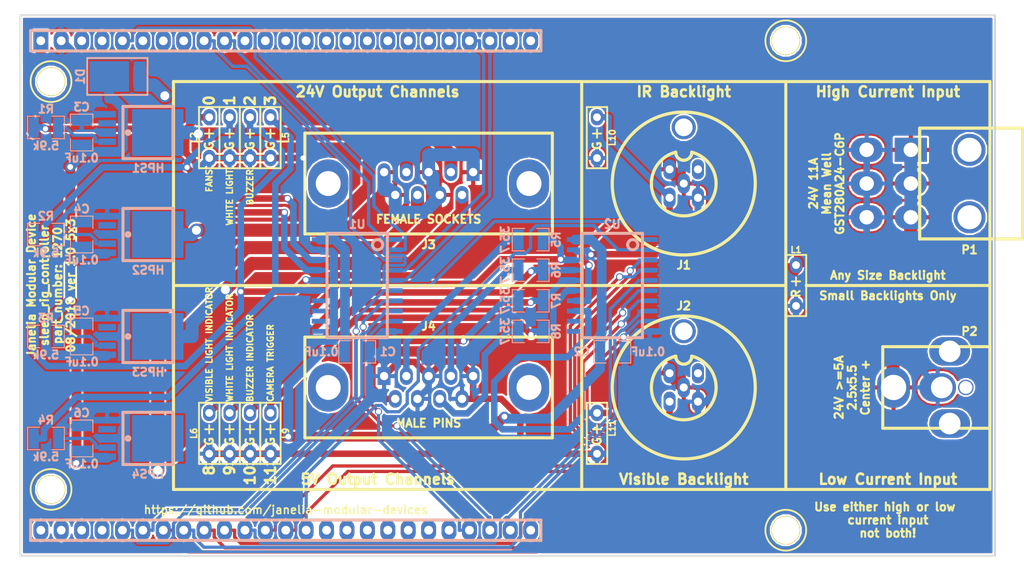
<source format=kicad_pcb>
(kicad_pcb (version 20171130) (host pcbnew 6.0.0-rc1-unknown-d9d0051~66~ubuntu18.04.1)
  (title_block (title sleep_rig_controller_5x3) (rev 1.0))
  (layers (0 F.Cu signal) (31 B.Cu signal) (34 B.Paste user) (35 F.Paste user) (36 B.SilkS user) (37 F.SilkS user) (38 B.Mask user) (39 F.Mask user) (44 Edge.Cuts user))
  (net 0 "")
  (net 1 VEE)
  (net 2 GND)
  (net 3 VDD)
  (net 4 VAA)
  (net 5 /CHANNEL_0)
  (net 6 /CHANNEL_1)
  (net 7 /CHANNEL_2)
  (net 8 /CHANNEL_3)
  (net 9 /CHANNEL_11)
  (net 10 /CHANNEL_10)
  (net 11 /CHANNEL_9)
  (net 12 /CHANNEL_8)
  (net 13 /~ENABLE)
  (net 14 /FANS)
  (net 15 /output_0/FAULT)
  (net 16 /WHITE_LIGHT)
  (net 17 /output_1/FAULT)
  (net 18 /BUZZER)
  (net 19 /output_2/FAULT)
  (net 20 /OUTPUT_3)
  (net 21 /output_3/FAULT)
  (net 22 /C_12)
  (net 23 /C_13)
  (net 24 /VISIBLE_LIGHT_INDICATOR)
  (net 25 /WHITE_LIGHT_INDICATOR)
  (net 26 /BUZZER_INDICATOR)
  (net 27 /CAMERA_TRIGGER)
  (net 28 /C_0)
  (net 29 /C_1)
  (net 30 /C_2)
  (net 31 /C_3)
  (net 32 /C_8)
  (net 33 /C_9)
  (net 34 /C_10)
  (net 35 /C_11)
  (net 36 /CHANNEL_4)
  (net 37 /CHANNEL_5)
  (net 38 /CHANNEL_7)
  (net 39 /CHANNEL_6)
  (net 40 /CHANNEL_15)
  (net 41 /CHANNEL_14)
  (net 42 /CHANNEL_13)
  (net 43 /CHANNEL_12)
  (module sleep_rig_controller_5x3:SM1210 (layer B.Cu) (at 133.35 111.125)
    (fp_text reference R8 (at 3.175 0 90) (layer B.SilkS) (effects (font (size 1.016 1.016) (thickness 0.254)) (justify mirror)))
    (fp_text value 35.7 (at -3.175 0 90) (layer B.SilkS) (effects (font (size 1.016 1.016) (thickness 0.254)) (justify mirror)))
    (pad 2 smd rect (at 1.524 0) (size 1.27 2.54) (layers B.Cu B.Paste B.Mask) (net 35 /C_11))
    (pad 1 smd rect (at -1.524 0) (size 1.27 2.54) (layers B.Cu B.Paste B.Mask) (net 27 /CAMERA_TRIGGER))
  )
  (module sleep_rig_controller_5x3:DCJACK_2PIN_HIGHCURRENT (layer F.Cu) (at 190.5 118.11 270)
    (fp_text reference P2 (at -6.985 2.54) (layer F.SilkS) (effects (font (size 1.016 1.016) (thickness 0.254))))
    (fp_text value PWR_JACK_2.5x5.5 hide)
    (pad "" thru_hole oval (at 4.4958 5.0038 270) (size 3.556 5.08) (drill 2.6924) (layers *.Cu *.Mask))
    (pad "" thru_hole oval (at -4.4958 5.0038 270) (size 3.556 5.08) (drill 2.6924) (layers *.Cu *.Mask))
    (pad 1 thru_hole oval (at 0 11.9888 270) (size 5.08 4.064) (drill 3.1496) (layers *.Cu *.Mask) (net 4 VAA))
    (pad 2 thru_hole oval (at 0 5.9944 270) (size 3.556 4.572) (drill 2.6924 (offset 0 0.508)) (layers *.Cu *.Mask) (net 2 GND))
    (pad "" thru_hole circle (at 0 2.9972 270) (size 1.9304 1.9304) (drill 1.6002) (layers *.Cu *.Mask))
  )
  (module sleep_rig_controller_5x3:MINI-FIT-JR_02X03_M_RA (layer F.Cu) (at 187.96 92.71 90)
    (fp_text reference P1 (at -8.255 0 180) (layer F.SilkS) (effects (font (size 1.016 1.016) (thickness 0.254))))
    (fp_text value MINI_FIT_JR_02X03_M_RA)
    (pad 6 thru_hole oval (at -4.2 -12.8 90) (size 3 4) (drill 1.8) (layers *.Cu *.Mask) (net 2 GND))
    (pad 5 thru_hole oval (at 0 -12.8 90) (size 3 4) (drill 1.8) (layers *.Cu *.Mask) (net 2 GND))
    (pad 4 thru_hole oval (at 4.2 -12.8 90) (size 3 4) (drill 1.8) (layers *.Cu *.Mask) (net 2 GND))
    (pad 3 thru_hole oval (at -4.2 -7.3 90) (size 3 4) (drill 1.8) (layers *.Cu *.Mask) (net 4 VAA))
    (pad 2 thru_hole oval (at 0 -7.3 90) (size 3 4) (drill 1.8) (layers *.Cu *.Mask) (net 4 VAA))
    (pad 1 thru_hole rect (at 4.2 -7.3 90) (size 3 4) (drill 1.8) (layers *.Cu *.Mask) (net 4 VAA))
    (pad "" thru_hole circle (at -4.2 0 90) (size 4 4) (drill 3) (layers *.Cu *.Mask))
    (pad "" thru_hole circle (at 4.2 0 90) (size 4 4) (drill 3) (layers *.Cu *.Mask))
  )
  (module sleep_rig_controller_5x3:MODULAR_DEVICE_BASE_5X3_MALE (layer F.Cu) (at 91.44 105.41)
    (fp_text reference MDB1 hide)
    (fp_text value MODULAR_DEVICE_BASE_5x3_MALE hide)
    (pad 46 thru_hole oval (at 41.91 -30.48) (size 1.8542 2.54) (drill 1.0922) (layers *.Cu *.Mask))
    (pad 45 thru_hole oval (at 39.37 -30.48) (size 1.8542 2.54) (drill 1.0922) (layers *.Cu *.Mask))
    (pad 30 thru_hole oval (at 36.83 -30.48) (size 1.8542 2.54) (drill 1.0922) (layers *.Cu *.Mask) (net 8 /CHANNEL_3))
    (pad 29 thru_hole oval (at 34.29 -30.48) (size 1.8542 2.54) (drill 1.0922) (layers *.Cu *.Mask) (net 7 /CHANNEL_2))
    (pad 44 thru_hole oval (at 31.75 -30.48) (size 1.8542 2.54) (drill 1.0922) (layers *.Cu *.Mask))
    (pad 43 thru_hole oval (at 29.21 -30.48) (size 1.8542 2.54) (drill 1.0922) (layers *.Cu *.Mask))
    (pad 47 thru_hole oval (at 26.67 -30.48) (size 1.8542 2.54) (drill 1.0922) (layers *.Cu *.Mask))
    (pad 48 thru_hole oval (at 24.13 -30.48) (size 1.8542 2.54) (drill 1.0922) (layers *.Cu *.Mask))
    (pad 49 thru_hole oval (at 21.59 -30.48) (size 1.8542 2.54) (drill 1.0922) (layers *.Cu *.Mask))
    (pad 33 thru_hole oval (at 41.91 30.48) (size 1.8542 2.54) (drill 1.0922) (layers *.Cu *.Mask))
    (pad 34 thru_hole oval (at 39.37 30.48) (size 1.8542 2.54) (drill 1.0922) (layers *.Cu *.Mask))
    (pad 35 thru_hole oval (at 36.83 30.48) (size 1.8542 2.54) (drill 1.0922) (layers *.Cu *.Mask) (net 36 /CHANNEL_4))
    (pad 36 thru_hole oval (at 34.29 30.48) (size 1.8542 2.54) (drill 1.0922) (layers *.Cu *.Mask) (net 37 /CHANNEL_5))
    (pad 37 thru_hole oval (at 31.75 30.48) (size 1.8542 2.54) (drill 1.0922) (layers *.Cu *.Mask))
    (pad 38 thru_hole oval (at 29.21 30.48) (size 1.8542 2.54) (drill 1.0922) (layers *.Cu *.Mask))
    (pad 51 thru_hole oval (at 26.67 30.48) (size 1.8542 2.54) (drill 1.0922) (layers *.Cu *.Mask))
    (pad DAC0 thru_hole oval (at 24.13 30.48) (size 1.8542 2.54) (drill 1.0922) (layers *.Cu *.Mask))
    (pad DAC1 thru_hole oval (at 21.59 30.48) (size 1.8542 2.54) (drill 1.0922) (layers *.Cu *.Mask))
    (pad "" thru_hole circle (at 73.66 -30.48) (size 3.556 3.556) (drill 3.302) (layers *.Cu *.Mask F.SilkS))
    (pad "" thru_hole circle (at 73.66 30.48) (size 3.556 3.556) (drill 3.302) (layers *.Cu *.Mask F.SilkS))
    (pad "" thru_hole circle (at -17.78 25.4) (size 3.556 3.556) (drill 3.302) (layers *.Cu *.Mask F.SilkS))
    (pad "" thru_hole circle (at -17.78 -25.4) (size 3.556 3.556) (drill 3.302) (layers *.Cu *.Mask F.SilkS))
    (pad AREF thru_hole oval (at -19.05 30.48) (size 1.8542 2.54) (drill 1.0922) (layers *.Cu *.Mask))
    (pad VEE thru_hole oval (at -16.51 30.48) (size 1.8542 2.54) (drill 1.0922) (layers *.Cu *.Mask) (net 1 VEE))
    (pad AGND thru_hole oval (at -13.97 30.48) (size 1.8542 2.54) (drill 1.0922) (layers *.Cu *.Mask))
    (pad 3V3 thru_hole oval (at -11.43 30.48) (size 1.8542 2.54) (drill 1.0922) (layers *.Cu *.Mask))
    (pad 23 thru_hole oval (at -8.89 30.48) (size 1.8542 2.54) (drill 1.0922) (layers *.Cu *.Mask) (net 38 /CHANNEL_7))
    (pad 22 thru_hole oval (at -6.35 30.48) (size 1.8542 2.54) (drill 1.0922) (layers *.Cu *.Mask) (net 39 /CHANNEL_6))
    (pad 21 thru_hole oval (at -3.81 30.48) (size 1.8542 2.54) (drill 1.0922) (layers *.Cu *.Mask) (net 40 /CHANNEL_15))
    (pad 20 thru_hole oval (at -1.27 30.48) (size 1.8542 2.54) (drill 1.0922) (layers *.Cu *.Mask) (net 41 /CHANNEL_14))
    (pad 19 thru_hole oval (at 1.27 30.48) (size 1.8542 2.54) (drill 1.0922) (layers *.Cu *.Mask) (net 42 /CHANNEL_13))
    (pad 18 thru_hole oval (at 3.81 30.48) (size 1.8542 2.54) (drill 1.0922) (layers *.Cu *.Mask) (net 43 /CHANNEL_12))
    (pad 17 thru_hole oval (at 6.35 30.48) (size 1.8542 2.54) (drill 1.0922) (layers *.Cu *.Mask) (net 9 /CHANNEL_11))
    (pad 16 thru_hole oval (at 8.89 30.48) (size 1.8542 2.54) (drill 1.0922) (layers *.Cu *.Mask) (net 10 /CHANNEL_10))
    (pad 15 thru_hole oval (at 11.43 30.48) (size 1.8542 2.54) (drill 1.0922) (layers *.Cu *.Mask) (net 11 /CHANNEL_9))
    (pad 14 thru_hole oval (at 13.97 30.48) (size 1.8542 2.54) (drill 1.0922) (layers *.Cu *.Mask) (net 12 /CHANNEL_8))
    (pad 13 thru_hole oval (at 16.51 30.48) (size 1.8542 2.54) (drill 1.0922) (layers *.Cu *.Mask))
    (pad 53 thru_hole oval (at 19.05 30.48) (size 1.8542 2.54) (drill 1.0922) (layers *.Cu *.Mask))
    (pad 50 thru_hole oval (at 19.05 -30.48) (size 1.8542 2.54) (drill 1.0922) (layers *.Cu *.Mask))
    (pad 12 thru_hole oval (at 16.51 -30.48) (size 1.8542 2.54) (drill 1.0922) (layers *.Cu *.Mask))
    (pad 11 thru_hole oval (at 13.97 -30.48) (size 1.8542 2.54) (drill 1.0922) (layers *.Cu *.Mask))
    (pad 42 thru_hole oval (at 11.43 -30.48) (size 1.8542 2.54) (drill 1.0922) (layers *.Cu *.Mask))
    (pad 41 thru_hole oval (at 8.89 -30.48) (size 1.8542 2.54) (drill 1.0922) (layers *.Cu *.Mask))
    (pad 40 thru_hole oval (at 6.35 -30.48) (size 1.8542 2.54) (drill 1.0922) (layers *.Cu *.Mask))
    (pad 52 thru_hole oval (at 3.81 -30.48) (size 1.8542 2.54) (drill 1.0922) (layers *.Cu *.Mask) (net 13 /~ENABLE))
    (pad 6 thru_hole oval (at 1.27 -30.48) (size 1.8542 2.54) (drill 1.0922) (layers *.Cu *.Mask) (net 6 /CHANNEL_1))
    (pad 5 thru_hole oval (at -1.27 -30.48) (size 1.8542 2.54) (drill 1.0922) (layers *.Cu *.Mask))
    (pad 54 thru_hole oval (at -3.81 -30.48) (size 1.8542 2.54) (drill 1.0922) (layers *.Cu *.Mask))
    (pad 55 thru_hole oval (at -6.35 -30.48) (size 1.8542 2.54) (drill 1.0922) (layers *.Cu *.Mask))
    (pad 2 thru_hole oval (at -8.89 -30.48) (size 1.8542 2.54) (drill 1.0922) (layers *.Cu *.Mask) (net 5 /CHANNEL_0))
    (pad A11 thru_hole oval (at -11.43 -30.48) (size 1.8542 2.54) (drill 1.0922) (layers *.Cu *.Mask))
    (pad VDD thru_hole rect (at -19.05 -30.48) (size 1.8542 2.54) (drill 1.0922) (layers *.Cu *.Mask) (net 3 VDD))
    (pad A10 thru_hole oval (at -13.97 -30.48) (size 1.8542 2.54) (drill 1.0922) (layers *.Cu *.Mask))
    (pad GND thru_hole oval (at -16.51 -30.48) (size 1.8542 2.54) (drill 1.0922) (layers *.Cu *.Mask) (net 2 GND))
  )
  (module sleep_rig_controller_5x3:CFP15 (layer B.Cu) (at 81.915 79.375 90)
    (fp_text reference D1 (at 0 -4.6 90) (layer B.SilkS) (effects (font (size 1.016 1.016) (thickness 0.254)) (justify mirror)))
    (fp_text value diode_schottky_45V_10A)
    (pad 2 smd rect (at 1.065 2.78 90) (size 1.6 1.44) (layers B.Cu B.Paste B.Mask) (net 4 VAA) (clearance 0.1))
    (pad 2 smd rect (at -1.065 2.78 90) (size 1.6 1.44) (layers B.Cu B.Paste B.Mask) (net 4 VAA) (clearance 0.1))
    (pad 1 smd rect (at 0 -1.02 90) (size 3.8 4.96) (layers B.Cu B.Paste B.Mask) (net 3 VDD) (clearance 0.1))
  )
  (module sleep_rig_controller_5x3:SM1210 (layer B.Cu) (at 111.76 113.665)
    (fp_text reference C1 (at 3.81 0) (layer B.SilkS) (effects (font (size 1.016 1.016) (thickness 0.254)) (justify mirror)))
    (fp_text value 0.1uF (at -4.445 0 180) (layer B.SilkS) (effects (font (size 1.016 1.016) (thickness 0.254)) (justify mirror)))
    (pad 2 smd rect (at 1.524 0) (size 1.27 2.54) (layers B.Cu B.Paste B.Mask) (net 2 GND))
    (pad 1 smd rect (at -1.524 0) (size 1.27 2.54) (layers B.Cu B.Paste B.Mask) (net 1 VEE))
  )
  (module sleep_rig_controller_5x3:SM1210 (layer B.Cu) (at 143.51 113.665)
    (fp_text reference C2 (at -3.81 0) (layer B.SilkS) (effects (font (size 1.016 1.016) (thickness 0.254)) (justify mirror)))
    (fp_text value 0.1uF (at 4.445 0) (layer B.SilkS) (effects (font (size 1.016 1.016) (thickness 0.254)) (justify mirror)))
    (pad 2 smd rect (at 1.524 0) (size 1.27 2.54) (layers B.Cu B.Paste B.Mask) (net 2 GND))
    (pad 1 smd rect (at -1.524 0) (size 1.27 2.54) (layers B.Cu B.Paste B.Mask) (net 1 VEE))
  )
  (module sleep_rig_controller_5x3:SM1210 (layer B.Cu) (at 77.47 86.36 90)
    (fp_text reference C3 (at 3.175 0 180) (layer B.SilkS) (effects (font (size 1.016 1.016) (thickness 0.254)) (justify mirror)))
    (fp_text value 0.1uF (at -3.175 0 180) (layer B.SilkS) (effects (font (size 1.016 1.016) (thickness 0.254)) (justify mirror)))
    (pad 2 smd rect (at 1.524 0 90) (size 1.27 2.54) (layers B.Cu B.Paste B.Mask) (net 2 GND))
    (pad 1 smd rect (at -1.524 0 90) (size 1.27 2.54) (layers B.Cu B.Paste B.Mask) (net 3 VDD))
  )
  (module sleep_rig_controller_5x3:SM1210 (layer B.Cu) (at 77.47 99.06 90)
    (fp_text reference C4 (at 3.175 0 180) (layer B.SilkS) (effects (font (size 1.016 1.016) (thickness 0.254)) (justify mirror)))
    (fp_text value 0.1uF (at -3.175 0 180) (layer B.SilkS) (effects (font (size 1.016 1.016) (thickness 0.254)) (justify mirror)))
    (pad 2 smd rect (at 1.524 0 90) (size 1.27 2.54) (layers B.Cu B.Paste B.Mask) (net 2 GND))
    (pad 1 smd rect (at -1.524 0 90) (size 1.27 2.54) (layers B.Cu B.Paste B.Mask) (net 3 VDD))
  )
  (module sleep_rig_controller_5x3:SM1210 (layer B.Cu) (at 77.47 111.76 90)
    (fp_text reference C5 (at 3.175 0 180) (layer B.SilkS) (effects (font (size 1.016 1.016) (thickness 0.254)) (justify mirror)))
    (fp_text value 0.1uF (at -3.175 0 180) (layer B.SilkS) (effects (font (size 1.016 1.016) (thickness 0.254)) (justify mirror)))
    (pad 2 smd rect (at 1.524 0 90) (size 1.27 2.54) (layers B.Cu B.Paste B.Mask) (net 2 GND))
    (pad 1 smd rect (at -1.524 0 90) (size 1.27 2.54) (layers B.Cu B.Paste B.Mask) (net 3 VDD))
  )
  (module sleep_rig_controller_5x3:SM1210 (layer B.Cu) (at 77.47 124.46 90)
    (fp_text reference C6 (at 3.175 0 180) (layer B.SilkS) (effects (font (size 1.016 1.016) (thickness 0.254)) (justify mirror)))
    (fp_text value 0.1uF (at -3.175 0 180) (layer B.SilkS) (effects (font (size 1.016 1.016) (thickness 0.254)) (justify mirror)))
    (pad 2 smd rect (at 1.524 0 90) (size 1.27 2.54) (layers B.Cu B.Paste B.Mask) (net 2 GND))
    (pad 1 smd rect (at -1.524 0 90) (size 1.27 2.54) (layers B.Cu B.Paste B.Mask) (net 3 VDD))
  )
  (module sleep_rig_controller_5x3:PG-TO252-5-11 (layer B.Cu) (at 80.645 86.36 90)
    (fp_text reference HPS1 (at -4.445 5.1) (layer B.SilkS) (effects (font (size 1.016 1.016) (thickness 0.254)) (justify mirror)))
    (fp_text value BTS3256)
    (pad 6 smd rect (at 0 6.3 90) (size 5.8 6.4) (layers B.Cu B.Paste B.Mask) (net 14 /FANS))
    (pad 1 smd rect (at -2.28 0 90) (size 0.8 2.2) (layers B.Cu B.Paste B.Mask) (net 3 VDD))
    (pad 2 smd rect (at -1.14 0 90) (size 0.8 2.2) (layers B.Cu B.Paste B.Mask) (net 15 /output_0/FAULT))
    (pad 4 smd rect (at 1.14 0 90) (size 0.8 2.2) (layers B.Cu B.Paste B.Mask))
    (pad 5 smd rect (at 2.28 0 90) (size 0.8 2.2) (layers B.Cu B.Paste B.Mask) (net 2 GND))
  )
  (module sleep_rig_controller_5x3:PG-TO252-5-11 (layer B.Cu) (at 80.645 99.06 90)
    (fp_text reference HPS2 (at -4.445 5.1) (layer B.SilkS) (effects (font (size 1.016 1.016) (thickness 0.254)) (justify mirror)))
    (fp_text value BTS3256)
    (pad 6 smd rect (at 0 6.3 90) (size 5.8 6.4) (layers B.Cu B.Paste B.Mask) (net 16 /WHITE_LIGHT))
    (pad 1 smd rect (at -2.28 0 90) (size 0.8 2.2) (layers B.Cu B.Paste B.Mask) (net 3 VDD))
    (pad 2 smd rect (at -1.14 0 90) (size 0.8 2.2) (layers B.Cu B.Paste B.Mask) (net 17 /output_1/FAULT))
    (pad 4 smd rect (at 1.14 0 90) (size 0.8 2.2) (layers B.Cu B.Paste B.Mask))
    (pad 5 smd rect (at 2.28 0 90) (size 0.8 2.2) (layers B.Cu B.Paste B.Mask) (net 2 GND))
  )
  (module sleep_rig_controller_5x3:PG-TO252-5-11 (layer B.Cu) (at 80.645 111.76 90)
    (fp_text reference HPS3 (at -4.445 5.1) (layer B.SilkS) (effects (font (size 1.016 1.016) (thickness 0.254)) (justify mirror)))
    (fp_text value BTS3256)
    (pad 6 smd rect (at 0 6.3 90) (size 5.8 6.4) (layers B.Cu B.Paste B.Mask) (net 18 /BUZZER))
    (pad 1 smd rect (at -2.28 0 90) (size 0.8 2.2) (layers B.Cu B.Paste B.Mask) (net 3 VDD))
    (pad 2 smd rect (at -1.14 0 90) (size 0.8 2.2) (layers B.Cu B.Paste B.Mask) (net 19 /output_2/FAULT))
    (pad 4 smd rect (at 1.14 0 90) (size 0.8 2.2) (layers B.Cu B.Paste B.Mask))
    (pad 5 smd rect (at 2.28 0 90) (size 0.8 2.2) (layers B.Cu B.Paste B.Mask) (net 2 GND))
  )
  (module sleep_rig_controller_5x3:PG-TO252-5-11 (layer B.Cu) (at 80.645 124.46 90)
    (fp_text reference HPS4 (at -4.445 5.08) (layer B.SilkS) (effects (font (size 1.016 1.016) (thickness 0.254)) (justify mirror)))
    (fp_text value BTS3256)
    (pad 6 smd rect (at 0 6.3 90) (size 5.8 6.4) (layers B.Cu B.Paste B.Mask) (net 20 /OUTPUT_3))
    (pad 1 smd rect (at -2.28 0 90) (size 0.8 2.2) (layers B.Cu B.Paste B.Mask) (net 3 VDD))
    (pad 2 smd rect (at -1.14 0 90) (size 0.8 2.2) (layers B.Cu B.Paste B.Mask) (net 21 /output_3/FAULT))
    (pad 4 smd rect (at 1.14 0 90) (size 0.8 2.2) (layers B.Cu B.Paste B.Mask))
    (pad 5 smd rect (at 2.28 0 90) (size 0.8 2.2) (layers B.Cu B.Paste B.Mask) (net 2 GND))
  )
  (module sleep_rig_controller_5x3:DB9F (layer F.Cu) (at 120.65 92.71)
    (fp_text reference J3 (at 0 7.62) (layer F.SilkS) (effects (font (size 1.016 1.016) (thickness 0.254))))
    (fp_text value DB9F)
    (fp_text user "FEMALE SOCKETS" (at 0 4.445) (layer F.SilkS) (effects (font (size 1.016 1.016) (thickness 0.254))))
    (pad "" thru_hole oval (at -12.495 0) (size 5 6) (drill 3.1) (layers *.Cu *.Mask))
    (pad "" thru_hole oval (at 12.492 0) (size 5 6) (drill 3.1) (layers *.Cu *.Mask))
    (pad 5 thru_hole oval (at -5.54 -1.42) (size 1.6 2.2) (drill 1.04) (layers *.Cu *.Mask) (net 4 VAA))
    (pad 4 thru_hole oval (at -2.77 -1.42) (size 1.6 2.2) (drill 1.04) (layers *.Cu *.Mask) (net 16 /WHITE_LIGHT))
    (pad 3 thru_hole oval (at 0 -1.42) (size 1.6 2.2) (drill 1.04) (layers *.Cu *.Mask) (net 4 VAA))
    (pad 2 thru_hole oval (at 2.77 -1.42) (size 1.6 2.2) (drill 1.04) (layers *.Cu *.Mask) (net 14 /FANS))
    (pad 1 thru_hole rect (at 5.54 -1.42) (size 1.6 2.2) (drill 1.04) (layers *.Cu *.Mask) (net 4 VAA))
    (pad 9 thru_hole oval (at -4.155 1.42) (size 1.6 2.2) (drill 1.04) (layers *.Cu *.Mask) (net 4 VAA))
    (pad 8 thru_hole oval (at -1.385 1.42) (size 1.6 2.2) (drill 1.04) (layers *.Cu *.Mask) (net 20 /OUTPUT_3))
    (pad 7 thru_hole oval (at 1.385 1.42) (size 1.6 2.2) (drill 1.04) (layers *.Cu *.Mask) (net 4 VAA))
    (pad 6 thru_hole oval (at 4.155 1.42) (size 1.6 2.2) (drill 1.04) (layers *.Cu *.Mask) (net 18 /BUZZER))
  )
  (module sleep_rig_controller_5x3:DB9M (layer F.Cu) (at 120.65 118.11)
    (fp_text reference J4 (at 0 -7.62) (layer F.SilkS) (effects (font (size 1.016 1.016) (thickness 0.254))))
    (fp_text value DB9M)
    (fp_text user "MALE PINS" (at 0 4.445) (layer F.SilkS) (effects (font (size 1.016 1.016) (thickness 0.254))))
    (pad "" thru_hole oval (at -12.495 0) (size 5 6) (drill 3.1) (layers *.Cu *.Mask))
    (pad "" thru_hole oval (at 12.492 0) (size 5 6) (drill 3.1) (layers *.Cu *.Mask))
    (pad 1 thru_hole rect (at -5.54 -1.42) (size 1.6 2.2) (drill 1.04) (layers *.Cu *.Mask) (net 2 GND))
    (pad 2 thru_hole oval (at -2.77 -1.42) (size 1.6 2.2) (drill 1.04) (layers *.Cu *.Mask) (net 24 /VISIBLE_LIGHT_INDICATOR))
    (pad 3 thru_hole oval (at 0 -1.42) (size 1.6 2.2) (drill 1.04) (layers *.Cu *.Mask) (net 2 GND))
    (pad 4 thru_hole oval (at 2.77 -1.42) (size 1.6 2.2) (drill 1.04) (layers *.Cu *.Mask) (net 25 /WHITE_LIGHT_INDICATOR))
    (pad 5 thru_hole oval (at 5.54 -1.42) (size 1.6 2.2) (drill 1.04) (layers *.Cu *.Mask) (net 2 GND))
    (pad 6 thru_hole oval (at -4.155 1.42) (size 1.6 2.2) (drill 1.04) (layers *.Cu *.Mask) (net 26 /BUZZER_INDICATOR))
    (pad 7 thru_hole oval (at -1.385 1.42) (size 1.6 2.2) (drill 1.04) (layers *.Cu *.Mask) (net 2 GND))
    (pad 8 thru_hole oval (at 1.385 1.42) (size 1.6 2.2) (drill 1.04) (layers *.Cu *.Mask) (net 27 /CAMERA_TRIGGER))
    (pad 9 thru_hole oval (at 4.155 1.42) (size 1.6 2.2) (drill 1.04) (layers *.Cu *.Mask) (net 2 GND))
  )
  (module sleep_rig_controller_5x3:M12-5_RCPT_F (layer F.Cu) (at 152.4 92.71)
    (fp_text reference J1 (at 0 10.16) (layer F.SilkS) (effects (font (size 1.016 1.016) (thickness 0.254))))
    (fp_text value M12-5_RCPT_F)
    (pad "" thru_hole circle (at 0 -7) (size 3 3) (drill 2.2) (layers *.Cu *.Mask))
    (pad 4 thru_hole oval (at -1.7678 1.7678) (size 1.5 2.5) (drill 1) (layers *.Cu *.Mask) (net 22 /C_12))
    (pad 3 thru_hole oval (at 1.7678 1.7678) (size 1.5 2.5) (drill 1) (layers *.Cu *.Mask) (net 2 GND))
    (pad 2 thru_hole oval (at 1.7678 -1.7678) (size 1.5 2.5) (drill 1) (layers *.Cu *.Mask))
    (pad 1 thru_hole oval (at -1.7678 -1.7678) (size 1.5 2.5) (drill 1) (layers *.Cu *.Mask) (net 4 VAA))
    (pad 5 thru_hole oval (at 0 0) (size 1.5 2.5) (drill 1) (layers *.Cu *.Mask) (net 4 VAA))
  )
  (module sleep_rig_controller_5x3:M12-5_RCPT_F (layer F.Cu) (at 152.4 118.11)
    (fp_text reference J2 (at 0 -10.16) (layer F.SilkS) (effects (font (size 1.016 1.016) (thickness 0.254))))
    (fp_text value M12-5_RCPT_F)
    (pad "" thru_hole circle (at 0 -7) (size 3 3) (drill 2.2) (layers *.Cu *.Mask))
    (pad 4 thru_hole oval (at -1.7678 1.7678) (size 1.5 2.5) (drill 1) (layers *.Cu *.Mask) (net 23 /C_13))
    (pad 3 thru_hole oval (at 1.7678 1.7678) (size 1.5 2.5) (drill 1) (layers *.Cu *.Mask) (net 2 GND))
    (pad 2 thru_hole oval (at 1.7678 -1.7678) (size 1.5 2.5) (drill 1) (layers *.Cu *.Mask))
    (pad 1 thru_hole oval (at -1.7678 -1.7678) (size 1.5 2.5) (drill 1) (layers *.Cu *.Mask) (net 4 VAA))
    (pad 5 thru_hole oval (at 0 0) (size 1.5 2.5) (drill 1) (layers *.Cu *.Mask) (net 4 VAA))
  )
  (module sleep_rig_controller_5x3:SM1210 (layer B.Cu) (at 73.025 85.725 180)
    (fp_text reference R1 (at 0 2.286 180) (layer B.SilkS) (effects (font (size 1.016 1.016) (thickness 0.254)) (justify mirror)))
    (fp_text value 5.9k (at 0 -2.286 180) (layer B.SilkS) (effects (font (size 1.016 1.016) (thickness 0.254)) (justify mirror)))
    (pad 2 smd rect (at 1.524 0 180) (size 1.27 2.54) (layers B.Cu B.Paste B.Mask) (net 28 /C_0))
    (pad 1 smd rect (at -1.524 0 180) (size 1.27 2.54) (layers B.Cu B.Paste B.Mask) (net 15 /output_0/FAULT))
  )
  (module sleep_rig_controller_5x3:SM1210 (layer B.Cu) (at 73.025 99.06 180)
    (fp_text reference R2 (at 0 2.286 180) (layer B.SilkS) (effects (font (size 1.016 1.016) (thickness 0.254)) (justify mirror)))
    (fp_text value 5.9k (at 0 -2.286 180) (layer B.SilkS) (effects (font (size 1.016 1.016) (thickness 0.254)) (justify mirror)))
    (pad 2 smd rect (at 1.524 0 180) (size 1.27 2.54) (layers B.Cu B.Paste B.Mask) (net 29 /C_1))
    (pad 1 smd rect (at -1.524 0 180) (size 1.27 2.54) (layers B.Cu B.Paste B.Mask) (net 17 /output_1/FAULT))
  )
  (module sleep_rig_controller_5x3:SM1210 (layer B.Cu) (at 73.025 111.76 180)
    (fp_text reference R3 (at 0 2.286 180) (layer B.SilkS) (effects (font (size 1.016 1.016) (thickness 0.254)) (justify mirror)))
    (fp_text value 5.9k (at 0 -2.286 180) (layer B.SilkS) (effects (font (size 1.016 1.016) (thickness 0.254)) (justify mirror)))
    (pad 2 smd rect (at 1.524 0 180) (size 1.27 2.54) (layers B.Cu B.Paste B.Mask) (net 30 /C_2))
    (pad 1 smd rect (at -1.524 0 180) (size 1.27 2.54) (layers B.Cu B.Paste B.Mask) (net 19 /output_2/FAULT))
  )
  (module sleep_rig_controller_5x3:SM1210 (layer B.Cu) (at 73.025 124.46 180)
    (fp_text reference R4 (at 0 2.286 180) (layer B.SilkS) (effects (font (size 1.016 1.016) (thickness 0.254)) (justify mirror)))
    (fp_text value 5.9k (at 0 -2.286 180) (layer B.SilkS) (effects (font (size 1.016 1.016) (thickness 0.254)) (justify mirror)))
    (pad 2 smd rect (at 1.524 0 180) (size 1.27 2.54) (layers B.Cu B.Paste B.Mask) (net 31 /C_3))
    (pad 1 smd rect (at -1.524 0 180) (size 1.27 2.54) (layers B.Cu B.Paste B.Mask) (net 21 /output_3/FAULT))
  )
  (module sleep_rig_controller_5x3:SM1210 (layer B.Cu) (at 133.35 99.695)
    (fp_text reference R5 (at 3.175 0 90) (layer B.SilkS) (effects (font (size 1.016 1.016) (thickness 0.254)) (justify mirror)))
    (fp_text value 35.7 (at -3.175 0 90) (layer B.SilkS) (effects (font (size 1.016 1.016) (thickness 0.254)) (justify mirror)))
    (pad 2 smd rect (at 1.524 0) (size 1.27 2.54) (layers B.Cu B.Paste B.Mask) (net 32 /C_8))
    (pad 1 smd rect (at -1.524 0) (size 1.27 2.54) (layers B.Cu B.Paste B.Mask) (net 24 /VISIBLE_LIGHT_INDICATOR))
  )
  (module sleep_rig_controller_5x3:SM1210 (layer B.Cu) (at 133.35 103.505)
    (fp_text reference R6 (at 3.175 0 90) (layer B.SilkS) (effects (font (size 1.016 1.016) (thickness 0.254)) (justify mirror)))
    (fp_text value 35.7 (at -3.175 0 90) (layer B.SilkS) (effects (font (size 1.016 1.016) (thickness 0.254)) (justify mirror)))
    (pad 2 smd rect (at 1.524 0) (size 1.27 2.54) (layers B.Cu B.Paste B.Mask) (net 33 /C_9))
    (pad 1 smd rect (at -1.524 0) (size 1.27 2.54) (layers B.Cu B.Paste B.Mask) (net 25 /WHITE_LIGHT_INDICATOR))
  )
  (module sleep_rig_controller_5x3:SM1210 (layer B.Cu) (at 133.35 107.315)
    (fp_text reference R7 (at 3.175 0 90) (layer B.SilkS) (effects (font (size 1.016 1.016) (thickness 0.254)) (justify mirror)))
    (fp_text value 35.7 (at -3.175 0 90) (layer B.SilkS) (effects (font (size 1.016 1.016) (thickness 0.254)) (justify mirror)))
    (pad 2 smd rect (at 1.524 0) (size 1.27 2.54) (layers B.Cu B.Paste B.Mask) (net 34 /C_10))
    (pad 1 smd rect (at -1.524 0) (size 1.27 2.54) (layers B.Cu B.Paste B.Mask) (net 26 /BUZZER_INDICATOR))
  )
  (module sleep_rig_controller_5x3:SOIC_20 (layer B.Cu) (at 111.76 105.41 180)
    (fp_text reference U1 (at 0 7.62 180) (layer B.SilkS) (effects (font (size 1.016 1.016) (thickness 0.254)) (justify mirror)))
    (fp_text value SN74ABT541BDWR)
    (pad 1 smd rect (at -4.65 5.715 180) (size 2 0.6) (layers B.Cu B.Paste B.Mask) (net 13 /~ENABLE) (clearance 0.07))
    (pad 2 smd rect (at -4.65 4.445 180) (size 2 0.6) (layers B.Cu B.Paste B.Mask) (net 5 /CHANNEL_0) (clearance 0.07))
    (pad 3 smd rect (at -4.65 3.175 180) (size 2 0.6) (layers B.Cu B.Paste B.Mask) (net 6 /CHANNEL_1) (clearance 0.07))
    (pad 4 smd rect (at -4.65 1.905 180) (size 2 0.6) (layers B.Cu B.Paste B.Mask) (net 7 /CHANNEL_2) (clearance 0.07))
    (pad 5 smd rect (at -4.65 0.635 180) (size 2 0.6) (layers B.Cu B.Paste B.Mask) (net 8 /CHANNEL_3) (clearance 0.07))
    (pad 6 smd rect (at -4.65 -0.635 180) (size 2 0.6) (layers B.Cu B.Paste B.Mask) (net 36 /CHANNEL_4) (clearance 0.07))
    (pad 7 smd rect (at -4.65 -1.905 180) (size 2 0.6) (layers B.Cu B.Paste B.Mask) (net 37 /CHANNEL_5) (clearance 0.07))
    (pad 8 smd rect (at -4.65 -3.175 180) (size 2 0.6) (layers B.Cu B.Paste B.Mask) (net 39 /CHANNEL_6) (clearance 0.07))
    (pad 9 smd rect (at -4.65 -4.445 180) (size 2 0.6) (layers B.Cu B.Paste B.Mask) (net 38 /CHANNEL_7) (clearance 0.07))
    (pad 10 smd rect (at -4.65 -5.715 180) (size 2 0.6) (layers B.Cu B.Paste B.Mask) (net 2 GND) (clearance 0.07))
    (pad 11 smd rect (at 4.65 -5.715 180) (size 2 0.6) (layers B.Cu B.Paste B.Mask) (clearance 0.07))
    (pad 12 smd rect (at 4.65 -4.445 180) (size 2 0.6) (layers B.Cu B.Paste B.Mask) (clearance 0.07))
    (pad 13 smd rect (at 4.65 -3.175 180) (size 2 0.6) (layers B.Cu B.Paste B.Mask) (clearance 0.07))
    (pad 14 smd rect (at 4.65 -1.905 180) (size 2 0.6) (layers B.Cu B.Paste B.Mask) (clearance 0.07))
    (pad 15 smd rect (at 4.65 -0.635 180) (size 2 0.6) (layers B.Cu B.Paste B.Mask) (net 31 /C_3) (clearance 0.07))
    (pad 16 smd rect (at 4.65 0.635 180) (size 2 0.6) (layers B.Cu B.Paste B.Mask) (net 30 /C_2) (clearance 0.07))
    (pad 17 smd rect (at 4.65 1.905 180) (size 2 0.6) (layers B.Cu B.Paste B.Mask) (net 29 /C_1) (clearance 0.07))
    (pad 18 smd rect (at 4.65 3.175 180) (size 2 0.6) (layers B.Cu B.Paste B.Mask) (net 28 /C_0) (clearance 0.07))
    (pad 19 smd rect (at 4.65 4.445 180) (size 2 0.6) (layers B.Cu B.Paste B.Mask) (net 2 GND) (clearance 0.07))
    (pad 20 smd rect (at 4.65 5.715 180) (size 2 0.6) (layers B.Cu B.Paste B.Mask) (net 1 VEE) (clearance 0.07))
  )
  (module sleep_rig_controller_5x3:SOIC_20 (layer B.Cu) (at 143.51 105.41 180)
    (fp_text reference U2 (at 0 7.62 180) (layer B.SilkS) (effects (font (size 1.016 1.016) (thickness 0.254)) (justify mirror)))
    (fp_text value SN74ABT541BDWR)
    (pad 1 smd rect (at -4.65 5.715 180) (size 2 0.6) (layers B.Cu B.Paste B.Mask) (net 13 /~ENABLE) (clearance 0.07))
    (pad 2 smd rect (at -4.65 4.445 180) (size 2 0.6) (layers B.Cu B.Paste B.Mask) (net 12 /CHANNEL_8) (clearance 0.07))
    (pad 3 smd rect (at -4.65 3.175 180) (size 2 0.6) (layers B.Cu B.Paste B.Mask) (net 11 /CHANNEL_9) (clearance 0.07))
    (pad 4 smd rect (at -4.65 1.905 180) (size 2 0.6) (layers B.Cu B.Paste B.Mask) (net 10 /CHANNEL_10) (clearance 0.07))
    (pad 5 smd rect (at -4.65 0.635 180) (size 2 0.6) (layers B.Cu B.Paste B.Mask) (net 9 /CHANNEL_11) (clearance 0.07))
    (pad 6 smd rect (at -4.65 -0.635 180) (size 2 0.6) (layers B.Cu B.Paste B.Mask) (net 43 /CHANNEL_12) (clearance 0.07))
    (pad 7 smd rect (at -4.65 -1.905 180) (size 2 0.6) (layers B.Cu B.Paste B.Mask) (net 42 /CHANNEL_13) (clearance 0.07))
    (pad 8 smd rect (at -4.65 -3.175 180) (size 2 0.6) (layers B.Cu B.Paste B.Mask) (net 41 /CHANNEL_14) (clearance 0.07))
    (pad 9 smd rect (at -4.65 -4.445 180) (size 2 0.6) (layers B.Cu B.Paste B.Mask) (net 40 /CHANNEL_15) (clearance 0.07))
    (pad 10 smd rect (at -4.65 -5.715 180) (size 2 0.6) (layers B.Cu B.Paste B.Mask) (net 2 GND) (clearance 0.07))
    (pad 11 smd rect (at 4.65 -5.715 180) (size 2 0.6) (layers B.Cu B.Paste B.Mask) (clearance 0.07))
    (pad 12 smd rect (at 4.65 -4.445 180) (size 2 0.6) (layers B.Cu B.Paste B.Mask) (clearance 0.07))
    (pad 13 smd rect (at 4.65 -3.175 180) (size 2 0.6) (layers B.Cu B.Paste B.Mask) (net 23 /C_13) (clearance 0.07))
    (pad 14 smd rect (at 4.65 -1.905 180) (size 2 0.6) (layers B.Cu B.Paste B.Mask) (net 22 /C_12) (clearance 0.07))
    (pad 15 smd rect (at 4.65 -0.635 180) (size 2 0.6) (layers B.Cu B.Paste B.Mask) (net 35 /C_11) (clearance 0.07))
    (pad 16 smd rect (at 4.65 0.635 180) (size 2 0.6) (layers B.Cu B.Paste B.Mask) (net 34 /C_10) (clearance 0.07))
    (pad 17 smd rect (at 4.65 1.905 180) (size 2 0.6) (layers B.Cu B.Paste B.Mask) (net 33 /C_9) (clearance 0.07))
    (pad 18 smd rect (at 4.65 3.175 180) (size 2 0.6) (layers B.Cu B.Paste B.Mask) (net 32 /C_8) (clearance 0.07))
    (pad 19 smd rect (at 4.65 4.445 180) (size 2 0.6) (layers B.Cu B.Paste B.Mask) (net 2 GND) (clearance 0.07))
    (pad 20 smd rect (at 4.65 5.715 180) (size 2 0.6) (layers B.Cu B.Paste B.Mask) (net 1 VEE) (clearance 0.07))
  )
  (module sleep_rig_controller_5x3:LED_555-3XXX_R (layer F.Cu) (at 166.37 105.41)
    (fp_text reference L1 (at 0 -4.445 180) (layer F.SilkS) (effects (font (size 0.762 0.762) (thickness 0.1905))))
    (fp_text value LED_24V_RED hide)
    (fp_text user R (at 0 1 90) (layer F.SilkS) (effects (font (size 1.016 1.016) (thickness 0.254))))
    (pad 1 thru_hole oval (at 0 -2.54) (size 1.524 2.032) (drill 0.9652) (layers *.Cu *.Mask) (net 4 VAA))
    (pad 2 thru_hole oval (at 0 2.54) (size 1.524 2.032) (drill 0.9652) (layers *.Cu *.Mask) (net 2 GND))
  )
  (module sleep_rig_controller_5x3:LED_555-3XXX_G (layer F.Cu) (at 93.345 86.995)
    (fp_text reference L2 (at -1.905 0 90) (layer F.SilkS) (effects (font (size 0.762 0.762) (thickness 0.1905))))
    (fp_text value LED_5V_GRN hide)
    (fp_text user G (at 0 1 90) (layer F.SilkS) (effects (font (size 1.016 1.016) (thickness 0.254))))
    (pad 2 thru_hole oval (at 0 2.54) (size 1.524 2.032) (drill 0.9652) (layers *.Cu *.Mask) (net 2 GND))
    (pad 1 thru_hole oval (at 0 -2.54) (size 1.524 2.032) (drill 0.9652) (layers *.Cu *.Mask) (net 28 /C_0))
  )
  (module sleep_rig_controller_5x3:LED_555-3XXX_G (layer F.Cu) (at 95.885 86.995)
    (fp_text reference L3 hide)
    (fp_text value LED_5V_GRN hide)
    (fp_text user G (at 0 1 90) (layer F.SilkS) (effects (font (size 1.016 1.016) (thickness 0.254))))
    (pad 1 thru_hole oval (at 0 -2.54) (size 1.524 2.032) (drill 0.9652) (layers *.Cu *.Mask) (net 29 /C_1))
    (pad 2 thru_hole oval (at 0 2.54) (size 1.524 2.032) (drill 0.9652) (layers *.Cu *.Mask) (net 2 GND))
  )
  (module sleep_rig_controller_5x3:LED_555-3XXX_G (layer F.Cu) (at 98.425 86.995)
    (fp_text reference L4 hide)
    (fp_text value LED_5V_GRN hide)
    (fp_text user G (at 0 1 90) (layer F.SilkS) (effects (font (size 1.016 1.016) (thickness 0.254))))
    (pad 2 thru_hole oval (at 0 2.54) (size 1.524 2.032) (drill 0.9652) (layers *.Cu *.Mask) (net 2 GND))
    (pad 1 thru_hole oval (at 0 -2.54) (size 1.524 2.032) (drill 0.9652) (layers *.Cu *.Mask) (net 30 /C_2))
  )
  (module sleep_rig_controller_5x3:LED_555-3XXX_G (layer F.Cu) (at 100.965 86.995)
    (fp_text reference L5 (at 1.905 0 90) (layer F.SilkS) (effects (font (size 0.762 0.762) (thickness 0.1905))))
    (fp_text value LED_5V_GRN hide)
    (fp_text user G (at 0 1 90) (layer F.SilkS) (effects (font (size 1.016 1.016) (thickness 0.254))))
    (pad 1 thru_hole oval (at 0 -2.54) (size 1.524 2.032) (drill 0.9652) (layers *.Cu *.Mask) (net 31 /C_3))
    (pad 2 thru_hole oval (at 0 2.54) (size 1.524 2.032) (drill 0.9652) (layers *.Cu *.Mask) (net 2 GND))
  )
  (module sleep_rig_controller_5x3:LED_555-3XXX_G (layer F.Cu) (at 93.345 123.825)
    (fp_text reference L6 (at -1.905 0 90) (layer F.SilkS) (effects (font (size 0.762 0.762) (thickness 0.1905))))
    (fp_text value LED_5V_GRN hide)
    (fp_text user G (at 0 1 90) (layer F.SilkS) (effects (font (size 1.016 1.016) (thickness 0.254))))
    (pad 2 thru_hole oval (at 0 2.54) (size 1.524 2.032) (drill 0.9652) (layers *.Cu *.Mask) (net 2 GND))
    (pad 1 thru_hole oval (at 0 -2.54) (size 1.524 2.032) (drill 0.9652) (layers *.Cu *.Mask) (net 32 /C_8))
  )
  (module sleep_rig_controller_5x3:LED_555-3XXX_G (layer F.Cu) (at 95.885 123.825)
    (fp_text reference L7 hide)
    (fp_text value LED_5V_GRN hide)
    (fp_text user G (at 0 1 90) (layer F.SilkS) (effects (font (size 1.016 1.016) (thickness 0.254))))
    (pad 2 thru_hole oval (at 0 2.54) (size 1.524 2.032) (drill 0.9652) (layers *.Cu *.Mask) (net 2 GND))
    (pad 1 thru_hole oval (at 0 -2.54) (size 1.524 2.032) (drill 0.9652) (layers *.Cu *.Mask) (net 33 /C_9))
  )
  (module sleep_rig_controller_5x3:LED_555-3XXX_G (layer F.Cu) (at 98.425 123.825)
    (fp_text reference L8 hide)
    (fp_text value LED_5V_GRN hide)
    (fp_text user G (at 0 1 90) (layer F.SilkS) (effects (font (size 1.016 1.016) (thickness 0.254))))
    (pad 1 thru_hole oval (at 0 -2.54) (size 1.524 2.032) (drill 0.9652) (layers *.Cu *.Mask) (net 34 /C_10))
    (pad 2 thru_hole oval (at 0 2.54) (size 1.524 2.032) (drill 0.9652) (layers *.Cu *.Mask) (net 2 GND))
  )
  (module sleep_rig_controller_5x3:LED_555-3XXX_G (layer F.Cu) (at 100.965 123.825)
    (fp_text reference L9 (at 1.905 0 90) (layer F.SilkS) (effects (font (size 0.762 0.762) (thickness 0.1905))))
    (fp_text value LED_5V_GRN hide)
    (fp_text user G (at 0 1 90) (layer F.SilkS) (effects (font (size 1.016 1.016) (thickness 0.254))))
    (pad 1 thru_hole oval (at 0 -2.54) (size 1.524 2.032) (drill 0.9652) (layers *.Cu *.Mask) (net 35 /C_11))
    (pad 2 thru_hole oval (at 0 2.54) (size 1.524 2.032) (drill 0.9652) (layers *.Cu *.Mask) (net 2 GND))
  )
  (module sleep_rig_controller_5x3:LED_555-3XXX_G (layer F.Cu) (at 141.605 86.995)
    (fp_text reference L10 (at 1.905 0 90) (layer F.SilkS) (effects (font (size 0.762 0.762) (thickness 0.1905))))
    (fp_text value LED_5V_GRN hide)
    (fp_text user G (at 0 1 90) (layer F.SilkS) (effects (font (size 1.016 1.016) (thickness 0.254))))
    (pad 1 thru_hole oval (at 0 -2.54) (size 1.524 2.032) (drill 0.9652) (layers *.Cu *.Mask) (net 22 /C_12))
    (pad 2 thru_hole oval (at 0 2.54) (size 1.524 2.032) (drill 0.9652) (layers *.Cu *.Mask) (net 2 GND))
  )
  (module sleep_rig_controller_5x3:LED_555-3XXX_G (layer F.Cu) (at 141.605 123.825)
    (fp_text reference L11 (at 1.905 -0.635 90) (layer F.SilkS) (effects (font (size 0.762 0.762) (thickness 0.1905))))
    (fp_text value LED_5V_GRN hide)
    (fp_text user G (at 0 1 90) (layer F.SilkS) (effects (font (size 1.016 1.016) (thickness 0.254))))
    (pad 2 thru_hole oval (at 0 2.54) (size 1.524 2.032) (drill 0.9652) (layers *.Cu *.Mask) (net 2 GND))
    (pad 1 thru_hole oval (at 0 -2.54) (size 1.524 2.032) (drill 0.9652) (layers *.Cu *.Mask) (net 23 /C_13))
  )
  (gr_text "Any Size Backlight" (at 177.8 104.14) (layer F.SilkS) (effects (font (size 1.016 1.016) (thickness 0.254))))
  (gr_text "Small Backlights Only" (at 177.8 106.68) (layer F.SilkS) (effects (font (size 1.016 1.016) (thickness 0.254))))
  (gr_text "VISIBLE LIGHT INDICATOR" (at 93.345 120.015 90) (layer F.SilkS) (effects (font (size 0.762 0.762) (thickness 0.1905)) (justify left)))
  (gr_text "BUZZER INDICATOR" (at 98.425 120.015 90) (layer F.SilkS) (effects (font (size 0.762 0.762) (thickness 0.1905)) (justify left)))
  (gr_text "WHITE LIGHT INDICATOR" (at 95.885 120.015 90) (layer F.SilkS) (effects (font (size 0.762 0.762) (thickness 0.1905)) (justify left)))
  (gr_text "CAMERA TRIGGER" (at 100.965 120.015 90) (layer F.SilkS) (effects (font (size 0.762 0.762) (thickness 0.1905)) (justify left)))
  (gr_text BUZZER (at 98.425 90.805 90) (layer F.SilkS) (effects (font (size 0.762 0.762) (thickness 0.1905)) (justify right)))
  (gr_text "WHITE LIGHT" (at 95.885 90.805 90) (layer F.SilkS) (effects (font (size 0.762 0.762) (thickness 0.1905)) (justify right)))
  (gr_text FANS (at 93.345 90.805 90) (layer F.SilkS) (effects (font (size 0.762 0.762) (thickness 0.1905)) (justify right)))
  (gr_line (start 167.64 105.41) (end 190.5 105.41) (layer F.SilkS) (width 0.381))
  (gr_line (start 165.1 105.41) (end 88.9 105.41) (layer F.SilkS) (width 0.381))
  (gr_text "5V Output Channels" (at 114.3 129.54) (layer F.SilkS) (effects (font (size 1.27 1.27) (thickness 0.3175))))
  (gr_text "24V Output Channels" (at 114.3 81.28) (layer F.SilkS) (effects (font (size 1.27 1.27) (thickness 0.3175))))
  (gr_text 11 (at 100.965 127.635 90) (layer F.SilkS) (effects (font (size 1.27 1.27) (thickness 0.3175)) (justify right)))
  (gr_text 10 (at 98.425 127.635 90) (layer F.SilkS) (effects (font (size 1.27 1.27) (thickness 0.3175)) (justify right)))
  (gr_text 9 (at 95.885 127.635 90) (layer F.SilkS) (effects (font (size 1.27 1.27) (thickness 0.3175)) (justify right)))
  (gr_text 8 (at 93.345 127.635 90) (layer F.SilkS) (effects (font (size 1.27 1.27) (thickness 0.3175)) (justify right)))
  (gr_text 3 (at 100.965 83.185 90) (layer F.SilkS) (effects (font (size 1.27 1.27) (thickness 0.3175)) (justify left)))
  (gr_text 2 (at 98.425 83.185 90) (layer F.SilkS) (effects (font (size 1.27 1.27) (thickness 0.3175)) (justify left)))
  (gr_text 1 (at 95.885 83.185 90) (layer F.SilkS) (effects (font (size 1.27 1.27) (thickness 0.3175)) (justify left)))
  (gr_text 0 (at 93.345 83.185 90) (layer F.SilkS) (effects (font (size 1.27 1.27) (thickness 0.3175)) (justify left)))
  (gr_text "Visible Backlight" (at 152.4 129.54) (layer F.SilkS) (effects (font (size 1.27 1.27) (thickness 0.3175))))
  (gr_text "IR Backlight" (at 152.4 81.28) (layer F.SilkS) (effects (font (size 1.27 1.27) (thickness 0.3175))))
  (gr_text "Use either high or low \ncurrent input\nnot both!" (at 177.8 134.62) (layer F.SilkS) (effects (font (size 1.016 1.016) (thickness 0.254))))
  (gr_text "Low Current Input" (at 177.8 129.54) (layer F.SilkS) (effects (font (size 1.27 1.27) (thickness 0.3175))))
  (gr_text "24V >=5A\n2.5x5.5\nCenter +" (at 173.355 118.11 90) (layer F.SilkS) (effects (font (size 1.016 1.016) (thickness 0.254))))
  (gr_text "High Current Input" (at 177.8 81.28) (layer F.SilkS) (effects (font (size 1.27 1.27) (thickness 0.3175))))
  (gr_text "24V 11A\nMean Well\nGST280A24-C6P" (at 170.18 92.71 90) (layer F.SilkS) (effects (font (size 1.016 1.016) (thickness 0.254))))
  (gr_line (start 139.7 80.01) (end 139.7 130.81) (layer F.SilkS) (width 0.381))
  (gr_line (start 165.1 80.01) (end 165.1 130.81) (layer F.SilkS) (width 0.381))
  (gr_line (start 88.9 80.01) (end 190.5 80.01) (layer F.SilkS) (width 0.381))
  (gr_line (start 88.9 130.81) (end 88.9 80.01) (layer F.SilkS) (width 0.381))
  (gr_line (start 190.5 130.81) (end 88.9 130.81) (layer F.SilkS) (width 0.381))
  (gr_line (start 190.5 80.01) (end 190.5 130.81) (layer F.SilkS) (width 0.381))
  (gr_line (start 191.135 71.755) (end 69.85 71.755) (angle 90) (layer Edge.Cuts) (width 0.2286))
  (gr_line (start 191.135 139.065) (end 191.135 71.755) (angle 90) (layer Edge.Cuts) (width 0.2286))
  (gr_line (start 69.85 139.065) (end 191.135 139.065) (angle 90) (layer Edge.Cuts) (width 0.2286))
  (gr_line (start 69.85 71.755) (end 69.85 139.065) (angle 90) (layer Edge.Cuts) (width 0.2286))
  (gr_text https://github.com/janelia-modular-devices (at 102.87 133.35) (layer F.SilkS) (effects (font (size 1.016 1.016) (thickness 0.1905))))
  (gr_text "Janelia Modular Device\nsleep_rig_controller\npart_number: 1270\n08/2018 ver 1.0 5x3" (at 73.66 105.41 90) (layer F.SilkS) (effects (font (size 1.016 1.016) (thickness 0.254))))
  (segment (start 110.236 113.665) (end 107.2934 113.665) (width 1.2192) (layer B.Cu) (net 1))
  (segment (start 107.2934 113.665) (end 103.1864 117.772) (width 1.2192) (layer B.Cu) (net 1))
  (segment (start 103.1864 117.772) (end 103.1864 124.2423) (width 1.2192) (layer B.Cu) (net 1))
  (segment (start 103.1864 124.2423) (end 92.8671 124.2423) (width 1.2192) (layer F.Cu) (net 1))
  (segment (start 92.8671 124.2423) (end 90.4308 126.6786) (width 1.2192) (layer F.Cu) (net 1))
  (segment (start 90.4308 126.6786) (end 90.4308 127.321) (width 1.2192) (layer F.Cu) (net 1))
  (segment (start 90.4308 127.321) (end 83.9957 133.7561) (width 1.2192) (layer F.Cu) (net 1))
  (segment (start 83.9957 133.7561) (end 74.93 133.7561) (width 1.2192) (layer F.Cu) (net 1))
  (segment (start 130.0888 121.7423) (end 127.5888 124.2423) (width 1.2192) (layer F.Cu) (net 1))
  (segment (start 127.5888 124.2423) (end 103.1864 124.2423) (width 1.2192) (layer F.Cu) (net 1))
  (segment (start 141.986 113.665) (end 141.986 115.7989) (width 1.2192) (layer B.Cu) (net 1))
  (segment (start 141.986 115.7989) (end 135.7847 122.0002) (width 1.2192) (layer B.Cu) (net 1))
  (segment (start 135.7847 122.0002) (end 130.3467 122.0002) (width 1.2192) (layer B.Cu) (net 1))
  (segment (start 130.3467 122.0002) (end 130.0888 121.7423) (width 1.2192) (layer B.Cu) (net 1))
  (segment (start 141.986 112.598) (end 141.986 113.665) (width 1.2192) (layer B.Cu) (net 1))
  (segment (start 141.986 111.5311) (end 142.1801 111.337) (width 1.2192) (layer B.Cu) (net 1))
  (segment (start 142.1801 111.337) (end 142.1801 101.0294) (width 1.2192) (layer B.Cu) (net 1))
  (segment (start 142.1801 101.0294) (end 140.8457 99.695) (width 1.2192) (layer B.Cu) (net 1))
  (segment (start 140.8457 99.695) (end 140.7239 99.695) (width 1.2192) (layer B.Cu) (net 1))
  (segment (start 141.986 112.598) (end 141.986 111.5311) (width 1.2192) (layer B.Cu) (net 1))
  (segment (start 110.236 111.5311) (end 110.236 100.9571) (width 1.2192) (layer B.Cu) (net 1))
  (segment (start 110.236 100.9571) (end 108.9739 99.695) (width 1.2192) (layer B.Cu) (net 1))
  (segment (start 138.86 99.695) (end 140.7239 99.695) (width 1.2192) (layer B.Cu) (net 1))
  (segment (start 74.93 135.89) (end 74.93 133.7561) (width 1.2192) (layer F.Cu) (net 1))
  (segment (start 110.236 113.665) (end 110.236 111.5311) (width 1.2192) (layer B.Cu) (net 1))
  (segment (start 107.11 99.695) (end 108.9739 99.695) (width 1.2192) (layer B.Cu) (net 1))
  (via (at 103.1864 124.2423) (size 1.2192) (drill 0.7112) (layers F.Cu B.Cu) (net 1))
  (via (at 130.0888 121.7423) (size 1.2192) (drill 0.7112) (layers F.Cu B.Cu) (net 1))
  (segment (start 126.19 119.53) (end 126.1384 119.53) (width 0.8128) (layer F.Cu) (net 2))
  (segment (start 132.0684 124.7778) (end 132.0684 121.9254) (width 0.8128) (layer F.Cu) (net 2))
  (segment (start 132.0684 121.9254) (end 129.673 119.53) (width 0.8128) (layer F.Cu) (net 2))
  (segment (start 129.673 119.53) (end 126.19 119.53) (width 0.8128) (layer F.Cu) (net 2))
  (segment (start 126.19 119.53) (end 126.19 118.3234) (width 0.8128) (layer F.Cu) (net 2))
  (segment (start 126.19 116.69) (end 126.19 118.3234) (width 0.8128) (layer F.Cu) (net 2))
  (segment (start 126.19 116.69) (end 124.3841 114.8841) (width 0.8128) (layer F.Cu) (net 2))
  (segment (start 124.3841 114.8841) (end 122.4559 114.8841) (width 0.8128) (layer F.Cu) (net 2))
  (segment (start 122.4559 114.8841) (end 120.65 116.69) (width 0.8128) (layer F.Cu) (net 2))
  (segment (start 120.65 116.69) (end 118.8869 114.9269) (width 0.8128) (layer F.Cu) (net 2))
  (segment (start 118.8869 114.9269) (end 116.8731 114.9269) (width 0.8128) (layer F.Cu) (net 2))
  (segment (start 116.8731 114.9269) (end 115.11 116.69) (width 0.8128) (layer F.Cu) (net 2))
  (segment (start 102.2604 126.365) (end 130.4812 126.365) (width 0.8128) (layer F.Cu) (net 2))
  (segment (start 130.4812 126.365) (end 132.0684 124.7778) (width 0.8128) (layer F.Cu) (net 2))
  (segment (start 140.3096 126.365) (end 133.6556 126.365) (width 0.8128) (layer F.Cu) (net 2))
  (segment (start 133.6556 126.365) (end 132.0684 124.7778) (width 0.8128) (layer F.Cu) (net 2))
  (segment (start 90.9284 121.3779) (end 90.4496 120.8992) (width 0.8128) (layer B.Cu) (net 2))
  (segment (start 90.4496 120.8992) (end 83.4425 120.8992) (width 0.8128) (layer B.Cu) (net 2))
  (segment (start 83.4425 120.8992) (end 82.2784 122.0633) (width 0.8128) (layer B.Cu) (net 2))
  (segment (start 82.2784 122.0633) (end 82.2784 122.18) (width 0.8128) (layer B.Cu) (net 2))
  (segment (start 93.345 126.365) (end 93.345 123.7946) (width 0.8128) (layer B.Cu) (net 2))
  (segment (start 93.345 123.7946) (end 90.9284 121.3779) (width 0.8128) (layer B.Cu) (net 2))
  (segment (start 107.3128 101.1678) (end 108.3158 101.1678) (width 0.8128) (layer B.Cu) (net 2))
  (segment (start 108.3158 101.1678) (end 108.8012 101.6532) (width 0.8128) (layer B.Cu) (net 2))
  (segment (start 108.8012 101.6532) (end 108.8012 111.4527) (width 0.8128) (layer B.Cu) (net 2))
  (segment (start 108.8012 111.4527) (end 108.3205 111.9334) (width 0.8128) (layer B.Cu) (net 2))
  (segment (start 108.3205 111.9334) (end 100.3729 111.9334) (width 0.8128) (layer B.Cu) (net 2))
  (segment (start 100.3729 111.9334) (end 90.9284 121.3779) (width 0.8128) (layer B.Cu) (net 2))
  (segment (start 107.3128 101.1678) (end 107.11 100.965) (width 0.5998) (layer B.Cu) (net 2))
  (segment (start 80.645 122.18) (end 82.2784 122.18) (width 0.8128) (layer B.Cu) (net 2))
  (segment (start 154.1678 96.2612) (end 148.9162 101.5128) (width 0.8128) (layer F.Cu) (net 2))
  (segment (start 148.9162 101.5128) (end 140.9165 101.5128) (width 0.8128) (layer F.Cu) (net 2))
  (segment (start 140.9165 101.5128) (end 140.852 101.5773) (width 0.8128) (layer F.Cu) (net 2))
  (segment (start 100.965 126.365) (end 102.2604 126.365) (width 0.8128) (layer F.Cu) (net 2))
  (segment (start 124.805 119.53) (end 126.1384 119.53) (width 0.8128) (layer F.Cu) (net 2))
  (segment (start 141.605 126.365) (end 140.3096 126.365) (width 0.8128) (layer F.Cu) (net 2))
  (segment (start 120.65 116.69) (end 120.65 118.3234) (width 0.8128) (layer B.Cu) (net 2))
  (segment (start 119.265 119.53) (end 120.4716 118.3234) (width 0.8128) (layer B.Cu) (net 2))
  (segment (start 120.4716 118.3234) (end 120.65 118.3234) (width 0.8128) (layer B.Cu) (net 2))
  (segment (start 98.425 126.365) (end 100.965 126.365) (width 0.8128) (layer F.Cu) (net 2))
  (segment (start 95.885 126.365) (end 98.425 126.365) (width 0.8128) (layer F.Cu) (net 2))
  (segment (start 100.965 89.535) (end 98.425 89.535) (width 0.8128) (layer F.Cu) (net 2))
  (segment (start 105.0167 89.535) (end 100.965 89.535) (width 0.8128) (layer F.Cu) (net 2))
  (segment (start 80.645 109.48) (end 82.2784 109.48) (width 0.8128) (layer B.Cu) (net 2))
  (segment (start 82.2784 109.48) (end 82.4058 109.3526) (width 0.8128) (layer B.Cu) (net 2))
  (segment (start 82.4058 109.3526) (end 82.4058 96.9074) (width 0.8128) (layer B.Cu) (net 2))
  (segment (start 82.4058 96.9074) (end 82.2784 96.78) (width 0.8128) (layer B.Cu) (net 2))
  (segment (start 80.645 109.48) (end 78.226 109.48) (width 0.8128) (layer B.Cu) (net 2))
  (segment (start 78.226 109.48) (end 77.47 110.236) (width 0.8128) (layer B.Cu) (net 2))
  (segment (start 80.645 96.78) (end 82.2784 96.78) (width 0.8128) (layer B.Cu) (net 2))
  (segment (start 93.345 89.535) (end 88.211 94.669) (width 0.8128) (layer B.Cu) (net 2))
  (segment (start 88.211 94.669) (end 84.2727 94.669) (width 0.8128) (layer B.Cu) (net 2))
  (segment (start 84.2727 94.669) (end 82.2784 96.6633) (width 0.8128) (layer B.Cu) (net 2))
  (segment (start 82.2784 96.6633) (end 82.2784 96.78) (width 0.8128) (layer B.Cu) (net 2))
  (segment (start 147.456 121.8094) (end 154.0196 121.8094) (width 0.8128) (layer B.Cu) (net 2))
  (segment (start 154.0196 121.8094) (end 154.1678 121.6612) (width 0.8128) (layer B.Cu) (net 2))
  (segment (start 142.9004 126.365) (end 147.456 121.8094) (width 0.8128) (layer B.Cu) (net 2))
  (segment (start 147.456 121.8094) (end 147.456 117.8904) (width 0.8128) (layer B.Cu) (net 2))
  (segment (start 147.456 117.8904) (end 145.034 115.4684) (width 0.8128) (layer B.Cu) (net 2))
  (segment (start 146.2024 113.665) (end 146.6266 113.2408) (width 0.8128) (layer B.Cu) (net 2))
  (segment (start 146.6266 113.2408) (end 146.6266 111.125) (width 0.8128) (layer B.Cu) (net 2))
  (segment (start 95.885 126.365) (end 93.345 126.365) (width 0.8128) (layer F.Cu) (net 2))
  (segment (start 154.1678 94.4778) (end 154.1678 96.2612) (width 0.8128) (layer F.Cu) (net 2))
  (segment (start 139.0628 101.1678) (end 138.86 100.965) (width 0.5998) (layer B.Cu) (net 2))
  (segment (start 140.852 101.5773) (end 140.4425 101.1678) (width 0.8128) (layer B.Cu) (net 2))
  (segment (start 140.4425 101.1678) (end 139.0628 101.1678) (width 0.8128) (layer B.Cu) (net 2))
  (segment (start 166.37 107.95) (end 166.37 109.4994) (width 0.8128) (layer B.Cu) (net 2))
  (segment (start 154.1678 120.7695) (end 165.4379 109.4994) (width 0.8128) (layer B.Cu) (net 2))
  (segment (start 165.4379 109.4994) (end 166.37 109.4994) (width 0.8128) (layer B.Cu) (net 2))
  (segment (start 154.1678 120.7695) (end 154.1678 121.6612) (width 0.8128) (layer B.Cu) (net 2))
  (segment (start 154.1678 119.8778) (end 154.1678 120.7695) (width 0.8128) (layer B.Cu) (net 2))
  (segment (start 145.034 113.665) (end 145.034 115.4684) (width 0.8128) (layer B.Cu) (net 2))
  (segment (start 145.034 113.665) (end 146.2024 113.665) (width 0.8128) (layer B.Cu) (net 2))
  (segment (start 148.16 111.125) (end 146.6266 111.125) (width 0.8128) (layer B.Cu) (net 2))
  (segment (start 141.605 126.365) (end 142.9004 126.365) (width 0.8128) (layer B.Cu) (net 2))
  (segment (start 115.11 116.69) (end 115.11 115.0566) (width 0.8128) (layer B.Cu) (net 2))
  (segment (start 115.11 115.0566) (end 114.4524 114.399) (width 0.8128) (layer B.Cu) (net 2))
  (segment (start 114.4524 114.399) (end 114.4524 113.665) (width 0.8128) (layer B.Cu) (net 2))
  (segment (start 77.47 77.303) (end 75.097 74.93) (width 0.8128) (layer B.Cu) (net 2))
  (segment (start 75.097 74.93) (end 74.93 74.93) (width 0.8128) (layer B.Cu) (net 2))
  (segment (start 77.47 77.303) (end 77.47 83.6676) (width 0.8128) (layer B.Cu) (net 2))
  (segment (start 105.0167 89.535) (end 105.0167 86.2181) (width 0.8128) (layer B.Cu) (net 2))
  (segment (start 105.0167 86.2181) (end 98.8535 80.0549) (width 0.8128) (layer B.Cu) (net 2))
  (segment (start 98.8535 80.0549) (end 96.3367 80.0549) (width 0.8128) (layer B.Cu) (net 2))
  (segment (start 96.3367 80.0549) (end 93.0701 76.7883) (width 0.8128) (layer B.Cu) (net 2))
  (segment (start 93.0701 76.7883) (end 77.9847 76.7883) (width 0.8128) (layer B.Cu) (net 2))
  (segment (start 77.9847 76.7883) (end 77.47 77.303) (width 0.8128) (layer B.Cu) (net 2))
  (segment (start 107.1096 100.9654) (end 106.1329 100.9654) (width 0.8128) (layer B.Cu) (net 2))
  (segment (start 106.1329 100.9654) (end 105.0167 99.8492) (width 0.8128) (layer B.Cu) (net 2))
  (segment (start 105.0167 99.8492) (end 105.0167 89.535) (width 0.8128) (layer B.Cu) (net 2))
  (segment (start 107.1096 100.9654) (end 107.11 100.965) (width 0.5998) (layer B.Cu) (net 2))
  (segment (start 80.645 84.08) (end 79.0116 84.08) (width 0.8128) (layer B.Cu) (net 2))
  (segment (start 77.47 84.2183) (end 78.8733 84.2183) (width 0.8128) (layer B.Cu) (net 2))
  (segment (start 78.8733 84.2183) (end 79.0116 84.08) (width 0.8128) (layer B.Cu) (net 2))
  (segment (start 77.47 84.2183) (end 77.47 83.6676) (width 0.8128) (layer B.Cu) (net 2))
  (segment (start 77.47 84.836) (end 77.47 84.2183) (width 0.8128) (layer B.Cu) (net 2))
  (segment (start 141.605 89.535) (end 141.605 91.0844) (width 0.8128) (layer B.Cu) (net 2))
  (segment (start 149.6934 98.4717) (end 142.3061 91.0844) (width 0.8128) (layer B.Cu) (net 2))
  (segment (start 142.3061 91.0844) (end 141.605 91.0844) (width 0.8128) (layer B.Cu) (net 2))
  (segment (start 154.1678 96.2612) (end 151.9573 98.4717) (width 0.8128) (layer B.Cu) (net 2))
  (segment (start 151.9573 98.4717) (end 149.6934 98.4717) (width 0.8128) (layer B.Cu) (net 2))
  (segment (start 149.6934 98.4717) (end 149.6934 111.125) (width 0.8128) (layer B.Cu) (net 2))
  (segment (start 175.16 92.71) (end 175.16 96.91) (width 0.8128) (layer B.Cu) (net 2))
  (segment (start 175.16 88.51) (end 175.16 92.71) (width 0.8128) (layer B.Cu) (net 2))
  (segment (start 80.645 96.78) (end 78.226 96.78) (width 0.8128) (layer B.Cu) (net 2))
  (segment (start 78.226 96.78) (end 77.47 97.536) (width 0.8128) (layer B.Cu) (net 2))
  (segment (start 80.645 122.18) (end 78.226 122.18) (width 0.8128) (layer B.Cu) (net 2))
  (segment (start 78.226 122.18) (end 77.47 122.936) (width 0.8128) (layer B.Cu) (net 2))
  (segment (start 154.1678 94.4778) (end 154.1678 96.2612) (width 0.8128) (layer B.Cu) (net 2))
  (segment (start 148.16 111.125) (end 149.6934 111.125) (width 0.8128) (layer B.Cu) (net 2))
  (segment (start 113.284 113.665) (end 114.4524 113.665) (width 0.8128) (layer B.Cu) (net 2))
  (segment (start 116.41 111.125) (end 114.8766 111.125) (width 0.8128) (layer B.Cu) (net 2))
  (segment (start 114.8766 111.125) (end 114.8766 113.2408) (width 0.8128) (layer B.Cu) (net 2))
  (segment (start 114.8766 113.2408) (end 114.4524 113.665) (width 0.8128) (layer B.Cu) (net 2))
  (segment (start 175.16 96.91) (end 175.16 98.9434) (width 0.8128) (layer B.Cu) (net 2))
  (segment (start 166.37 107.95) (end 167.6654 107.95) (width 0.8128) (layer B.Cu) (net 2))
  (segment (start 167.6654 107.95) (end 167.6654 106.438) (width 0.8128) (layer B.Cu) (net 2))
  (segment (start 167.6654 106.438) (end 175.16 98.9434) (width 0.8128) (layer B.Cu) (net 2))
  (segment (start 98.425 89.535) (end 95.885 89.535) (width 0.8128) (layer F.Cu) (net 2))
  (segment (start 93.345 89.535) (end 95.885 89.535) (width 0.8128) (layer F.Cu) (net 2))
  (via (at 140.852 101.5773) (size 0.889) (layers F.Cu B.Cu) (net 2))
  (via (at 105.0167 89.535) (size 0.889) (layers F.Cu B.Cu) (net 2))
  (segment (start 175.16 99.2228) (end 180.975 105.0378) (width 0.8128) (layer B.Cu) (net 2))
  (segment (start 175.16 96.91) (end 175.16 99.2228) (width 0.8128) (layer B.Cu) (net 2))
  (segment (start 180.975 105.0378) (end 180.975 114.935) (width 0.8128) (layer B.Cu) (net 2))
  (segment (start 180.975 114.935) (end 184.15 118.11) (width 0.8128) (layer B.Cu) (net 2))
  (segment (start 76.0507 107.1348) (end 76.8253 107.9094) (width 1.2192) (layer F.Cu) (net 3))
  (segment (start 76.8253 107.9094) (end 76.8253 127.5087) (width 1.2192) (layer F.Cu) (net 3))
  (segment (start 77.5918 126.7422) (end 76.8253 127.5087) (width 1.2192) (layer B.Cu) (net 3))
  (segment (start 76.0507 107.1348) (end 76.0435 107.1348) (width 1.2192) (layer F.Cu) (net 3))
  (segment (start 76.0507 90.6419) (end 76.0507 107.1348) (width 1.2192) (layer F.Cu) (net 3))
  (segment (start 77.5918 126.7422) (end 77.47 126.6204) (width 1.2192) (layer B.Cu) (net 3))
  (segment (start 77.47 126.6204) (end 77.47 125.984) (width 1.2192) (layer B.Cu) (net 3))
  (segment (start 80.645 126.864) (end 77.7136 126.864) (width 1.2192) (layer B.Cu) (net 3))
  (segment (start 77.7136 126.864) (end 77.5918 126.7422) (width 1.2192) (layer B.Cu) (net 3))
  (segment (start 77.47 101.464) (end 76.0435 102.8905) (width 1.2192) (layer B.Cu) (net 3))
  (segment (start 76.0435 102.8905) (end 76.0435 107.1348) (width 1.2192) (layer B.Cu) (net 3))
  (segment (start 76.0435 107.1348) (end 73.03 110.1483) (width 1.2192) (layer B.Cu) (net 3))
  (segment (start 73.03 110.1483) (end 73.03 113.3858) (width 1.2192) (layer B.Cu) (net 3))
  (segment (start 73.03 113.3858) (end 73.7492 114.105) (width 1.2192) (layer B.Cu) (net 3))
  (segment (start 73.7492 114.105) (end 77.47 114.105) (width 1.2192) (layer B.Cu) (net 3))
  (segment (start 77.47 101.464) (end 80.521 101.464) (width 1.2192) (layer B.Cu) (net 3))
  (segment (start 77.47 101.405) (end 77.47 101.464) (width 1.2192) (layer B.Cu) (net 3))
  (segment (start 77.47 114.105) (end 77.529 114.164) (width 1.2192) (layer B.Cu) (net 3))
  (segment (start 77.529 114.164) (end 80.521 114.164) (width 1.2192) (layer B.Cu) (net 3))
  (segment (start 80.521 88.764) (end 80.645 88.64) (width 0.7998) (layer B.Cu) (net 3))
  (segment (start 77.47 88.764) (end 80.521 88.764) (width 1.2192) (layer B.Cu) (net 3))
  (segment (start 77.47 88.764) (end 77.47 89.3829) (width 1.2192) (layer B.Cu) (net 3))
  (segment (start 77.47 88.705) (end 77.47 88.764) (width 1.2192) (layer B.Cu) (net 3))
  (segment (start 77.47 87.884) (end 77.47 88.705) (width 1.2192) (layer B.Cu) (net 3))
  (segment (start 77.47 89.3829) (end 77.3097 89.3829) (width 1.2192) (layer B.Cu) (net 3))
  (segment (start 77.3097 89.3829) (end 76.0507 90.6419) (width 1.2192) (layer B.Cu) (net 3))
  (segment (start 72.39 77.0639) (end 70.9843 78.4696) (width 1.2192) (layer F.Cu) (net 3))
  (segment (start 70.9843 78.4696) (end 70.9843 85.783) (width 1.2192) (layer F.Cu) (net 3))
  (segment (start 70.9843 85.783) (end 75.8432 90.6419) (width 1.2192) (layer F.Cu) (net 3))
  (segment (start 75.8432 90.6419) (end 76.0507 90.6419) (width 1.2192) (layer F.Cu) (net 3))
  (segment (start 80.895 79.375) (end 80.895 82.1389) (width 1.2192) (layer B.Cu) (net 3))
  (segment (start 80.769 88.764) (end 80.645 88.64) (width 0.7998) (layer B.Cu) (net 3))
  (segment (start 80.895 82.1389) (end 81.4307 82.1389) (width 1.2192) (layer B.Cu) (net 3))
  (segment (start 81.4307 82.1389) (end 82.609 83.3172) (width 1.2192) (layer B.Cu) (net 3))
  (segment (start 82.609 83.3172) (end 82.609 88.304) (width 1.2192) (layer B.Cu) (net 3))
  (segment (start 82.609 88.304) (end 82.149 88.764) (width 1.2192) (layer B.Cu) (net 3))
  (segment (start 82.149 88.764) (end 80.769 88.764) (width 1.2192) (layer B.Cu) (net 3))
  (segment (start 80.521 114.164) (end 80.645 114.04) (width 0.7998) (layer B.Cu) (net 3))
  (segment (start 77.47 113.284) (end 77.47 114.105) (width 1.2192) (layer B.Cu) (net 3))
  (segment (start 72.39 74.93) (end 72.39 77.0639) (width 1.2192) (layer F.Cu) (net 3))
  (segment (start 80.521 101.464) (end 80.645 101.34) (width 0.7998) (layer B.Cu) (net 3))
  (segment (start 77.47 100.584) (end 77.47 101.405) (width 1.2192) (layer B.Cu) (net 3))
  (segment (start 80.645 126.864) (end 80.645 126.74) (width 0.7998) (layer B.Cu) (net 3))
  (via (at 76.8253 127.5087) (size 1.2192) (drill 0.7112) (layers F.Cu B.Cu) (net 3))
  (via (at 76.0435 107.1348) (size 1.2192) (drill 0.7112) (layers F.Cu B.Cu) (net 3))
  (via (at 76.0507 90.6419) (size 1.2192) (drill 0.7112) (layers F.Cu B.Cu) (net 3))
  (segment (start 180.66 96.91) (end 180.66 92.71) (width 1.6256) (layer B.Cu) (net 4))
  (segment (start 126.19 89.1229) (end 118.8438 81.7767) (width 1.6256) (layer F.Cu) (net 4))
  (segment (start 118.8438 81.7767) (end 87.8188 81.7767) (width 1.6256) (layer F.Cu) (net 4))
  (segment (start 87.8188 81.7767) (end 86.4821 80.44) (width 1.6256) (layer B.Cu) (net 4))
  (segment (start 120.65 91.29) (end 120.65 89.1229) (width 1.6256) (layer B.Cu) (net 4))
  (segment (start 126.19 91.29) (end 126.19 89.1229) (width 1.6256) (layer B.Cu) (net 4))
  (segment (start 126.19 89.1229) (end 120.65 89.1229) (width 1.6256) (layer B.Cu) (net 4))
  (segment (start 84.695 78.31) (end 84.695 80.1771) (width 1.6256) (layer B.Cu) (net 4))
  (segment (start 85.5886 80.44) (end 85.3257 80.1771) (width 1.6256) (layer B.Cu) (net 4))
  (segment (start 85.3257 80.1771) (end 84.695 80.1771) (width 1.6256) (layer B.Cu) (net 4))
  (segment (start 85.5886 80.44) (end 86.4821 80.44) (width 1.6256) (layer B.Cu) (net 4))
  (segment (start 84.695 80.44) (end 85.5886 80.44) (width 1.6256) (layer B.Cu) (net 4))
  (segment (start 150.6322 88.6251) (end 149.4288 87.4217) (width 1.6256) (layer F.Cu) (net 4))
  (segment (start 149.4288 87.4217) (end 127.8912 87.4217) (width 1.6256) (layer F.Cu) (net 4))
  (segment (start 127.8912 87.4217) (end 126.19 89.1229) (width 1.6256) (layer F.Cu) (net 4))
  (segment (start 167.7726 101.4674) (end 154.9303 88.6251) (width 1.6256) (layer F.Cu) (net 4))
  (segment (start 154.9303 88.6251) (end 150.6322 88.6251) (width 1.6256) (layer F.Cu) (net 4))
  (segment (start 180.66 99.4771) (end 178.6697 101.4674) (width 1.6256) (layer F.Cu) (net 4))
  (segment (start 178.6697 101.4674) (end 167.7726 101.4674) (width 1.6256) (layer F.Cu) (net 4))
  (segment (start 166.37 102.87) (end 167.7726 101.4674) (width 1.6256) (layer F.Cu) (net 4))
  (segment (start 150.6322 90.9422) (end 150.6322 88.6251) (width 1.6256) (layer F.Cu) (net 4))
  (segment (start 152.4 92.71) (end 150.6322 90.9422) (width 1.6256) (layer F.Cu) (net 4))
  (segment (start 180.66 96.91) (end 180.66 99.4771) (width 1.6256) (layer F.Cu) (net 4))
  (segment (start 121.7453 94.13) (end 121.7453 94.6064) (width 1.6256) (layer B.Cu) (net 4))
  (segment (start 121.7453 94.6064) (end 120.0546 96.2971) (width 1.6256) (layer B.Cu) (net 4))
  (segment (start 120.0546 96.2971) (end 116.495 96.2971) (width 1.6256) (layer B.Cu) (net 4))
  (segment (start 120.65 91.29) (end 121.1871 91.8271) (width 1.6256) (layer B.Cu) (net 4))
  (segment (start 121.1871 91.8271) (end 121.1871 93.5718) (width 1.6256) (layer B.Cu) (net 4))
  (segment (start 121.1871 93.5718) (end 121.7453 94.13) (width 1.6256) (layer B.Cu) (net 4))
  (segment (start 121.7453 94.13) (end 122.035 94.13) (width 1.6256) (layer B.Cu) (net 4))
  (segment (start 116.495 94.13) (end 116.495 96.2971) (width 1.6256) (layer B.Cu) (net 4))
  (segment (start 180.66 92.71) (end 180.66 88.51) (width 1.6256) (layer B.Cu) (net 4))
  (segment (start 115.11 91.29) (end 115.11 93.4571) (width 1.6256) (layer B.Cu) (net 4))
  (segment (start 126.19 91.29) (end 126.19 89.1229) (width 1.6256) (layer F.Cu) (net 4))
  (segment (start 116.495 94.13) (end 115.8221 93.4571) (width 1.6256) (layer B.Cu) (net 4))
  (segment (start 115.8221 93.4571) (end 115.11 93.4571) (width 1.6256) (layer B.Cu) (net 4))
  (via (at 87.8188 81.7767) (size 1.6256) (drill 1.1176) (layers F.Cu B.Cu) (net 4))
  (segment (start 155.817199 113.676801) (end 153.023199 113.676801) (width 1.6256) (layer F.Cu) (net 4))
  (segment (start 166.37 102.87) (end 166.37 103.124) (width 1.6256) (layer F.Cu) (net 4))
  (segment (start 166.37 103.124) (end 155.817199 113.676801) (width 1.6256) (layer F.Cu) (net 4))
  (segment (start 153.023199 113.676801) (end 150.495 116.205) (width 1.6256) (layer F.Cu) (net 4))
  (segment (start 150.6322 116.3422) (end 152.4 118.11) (width 1.6256) (layer F.Cu) (net 4))
  (segment (start 180.66 100.0356) (end 178.435 102.2606) (width 1.6256) (layer F.Cu) (net 4))
  (segment (start 180.66 96.91) (end 180.66 100.0356) (width 1.6256) (layer F.Cu) (net 4))
  (segment (start 178.435 102.2606) (end 178.435 118.11) (width 1.6256) (layer F.Cu) (net 4))
  (segment (start 82.55 74.93) (end 83.8073 74.93) (width 0.4064) (layer B.Cu) (net 5))
  (segment (start 116.41 100.965) (end 117.7402 100.965) (width 0.4064) (layer B.Cu) (net 5))
  (segment (start 117.7402 100.965) (end 117.7402 99.2395) (width 0.4064) (layer B.Cu) (net 5))
  (segment (start 117.7402 99.2395) (end 116.5317 98.031) (width 0.4064) (layer B.Cu) (net 5))
  (segment (start 116.5317 98.031) (end 116.338 98.031) (width 0.4064) (layer B.Cu) (net 5))
  (segment (start 116.338 98.031) (end 113.8396 95.5326) (width 0.4064) (layer B.Cu) (net 5))
  (segment (start 113.8396 95.5326) (end 113.8396 91.7617) (width 0.4064) (layer B.Cu) (net 5))
  (segment (start 113.8396 91.7617) (end 99.06 76.9821) (width 0.4064) (layer B.Cu) (net 5))
  (segment (start 99.06 76.9821) (end 99.06 74.0349) (width 0.4064) (layer B.Cu) (net 5))
  (segment (start 99.06 74.0349) (end 98.3751 73.35) (width 0.4064) (layer B.Cu) (net 5))
  (segment (start 98.3751 73.35) (end 84.5234 73.35) (width 0.4064) (layer B.Cu) (net 5))
  (segment (start 84.5234 73.35) (end 83.8073 74.0661) (width 0.4064) (layer B.Cu) (net 5))
  (segment (start 83.8073 74.0661) (end 83.8073 74.93) (width 0.4064) (layer B.Cu) (net 5))
  (segment (start 92.71 74.93) (end 93.9673 74.93) (width 0.4064) (layer B.Cu) (net 6))
  (segment (start 116.41 102.235) (end 115.0798 102.235) (width 0.4064) (layer B.Cu) (net 6))
  (segment (start 115.0798 102.235) (end 110.9601 98.1153) (width 0.4064) (layer B.Cu) (net 6))
  (segment (start 110.9601 98.1153) (end 110.9601 91.0481) (width 0.4064) (layer B.Cu) (net 6))
  (segment (start 110.9601 91.0481) (end 98.016 78.104) (width 0.4064) (layer B.Cu) (net 6))
  (segment (start 98.016 78.104) (end 96.2774 78.104) (width 0.4064) (layer B.Cu) (net 6))
  (segment (start 96.2774 78.104) (end 93.9673 75.7939) (width 0.4064) (layer B.Cu) (net 6))
  (segment (start 93.9673 75.7939) (end 93.9673 74.93) (width 0.4064) (layer B.Cu) (net 6))
  (segment (start 125.73 74.93) (end 126.9873 74.93) (width 0.4064) (layer B.Cu) (net 7))
  (segment (start 116.41 103.505) (end 117.7402 103.505) (width 0.4064) (layer B.Cu) (net 7))
  (segment (start 117.7402 103.505) (end 127.4901 93.7551) (width 0.4064) (layer B.Cu) (net 7))
  (segment (start 127.4901 93.7551) (end 127.4901 76.6901) (width 0.4064) (layer B.Cu) (net 7))
  (segment (start 127.4901 76.6901) (end 126.9873 76.1873) (width 0.4064) (layer B.Cu) (net 7))
  (segment (start 126.9873 76.1873) (end 126.9873 74.93) (width 0.4064) (layer B.Cu) (net 7))
  (segment (start 116.41 104.775) (end 117.7402 104.775) (width 0.4064) (layer B.Cu) (net 8))
  (segment (start 117.7402 104.775) (end 128.27 94.2452) (width 0.4064) (layer B.Cu) (net 8))
  (segment (start 128.27 94.2452) (end 128.27 74.93) (width 0.4064) (layer B.Cu) (net 8))
  (segment (start 99.0473 135.89) (end 99.0473 136.7539) (width 0.4064) (layer B.Cu) (net 9))
  (segment (start 99.0473 136.7539) (end 99.7637 137.4703) (width 0.4064) (layer B.Cu) (net 9))
  (segment (start 99.7637 137.4703) (end 128.8025 137.4703) (width 0.4064) (layer B.Cu) (net 9))
  (segment (start 128.8025 137.4703) (end 129.5777 136.6951) (width 0.4064) (layer B.Cu) (net 9))
  (segment (start 129.5777 136.6951) (end 129.5777 135.0337) (width 0.4064) (layer B.Cu) (net 9))
  (segment (start 129.5777 135.0337) (end 130.3214 134.29) (width 0.4064) (layer B.Cu) (net 9))
  (segment (start 130.3214 134.29) (end 130.5918 134.29) (width 0.4064) (layer B.Cu) (net 9))
  (segment (start 130.5918 134.29) (end 143.2594 121.6224) (width 0.4064) (layer B.Cu) (net 9))
  (segment (start 143.2594 121.6224) (end 143.2594 108.3454) (width 0.4064) (layer B.Cu) (net 9))
  (segment (start 143.2594 108.3454) (end 146.8298 104.775) (width 0.4064) (layer B.Cu) (net 9))
  (segment (start 97.79 135.89) (end 99.0473 135.89) (width 0.4064) (layer B.Cu) (net 9))
  (segment (start 148.16 104.775) (end 146.8298 104.775) (width 0.4064) (layer B.Cu) (net 9))
  (segment (start 101.5873 135.89) (end 101.5873 135.0256) (width 0.4064) (layer F.Cu) (net 10))
  (segment (start 101.5873 135.0256) (end 108.7265 127.8864) (width 0.4064) (layer F.Cu) (net 10))
  (segment (start 108.7265 127.8864) (end 141.8855 127.8864) (width 0.4064) (layer F.Cu) (net 10))
  (segment (start 141.8855 127.8864) (end 142.7323 127.0396) (width 0.4064) (layer F.Cu) (net 10))
  (segment (start 142.7323 127.0396) (end 142.7323 125.6763) (width 0.4064) (layer F.Cu) (net 10))
  (segment (start 142.7323 125.6763) (end 142.024 124.968) (width 0.4064) (layer F.Cu) (net 10))
  (segment (start 142.024 124.968) (end 140.2845 124.968) (width 0.4064) (layer F.Cu) (net 10))
  (segment (start 140.2845 124.968) (end 138.2873 122.9708) (width 0.4064) (layer F.Cu) (net 10))
  (segment (start 138.2873 122.9708) (end 138.2873 110.4665) (width 0.4064) (layer F.Cu) (net 10))
  (segment (start 138.2873 110.4665) (end 144.4189 104.3349) (width 0.4064) (layer F.Cu) (net 10))
  (segment (start 144.4189 104.3349) (end 146.128 104.3349) (width 0.4064) (layer B.Cu) (net 10))
  (segment (start 146.128 104.3349) (end 146.8298 103.6331) (width 0.4064) (layer B.Cu) (net 10))
  (segment (start 146.8298 103.6331) (end 146.8298 103.505) (width 0.4064) (layer B.Cu) (net 10))
  (segment (start 100.33 135.89) (end 101.5873 135.89) (width 0.4064) (layer F.Cu) (net 10))
  (segment (start 148.16 103.505) (end 146.8298 103.505) (width 0.4064) (layer B.Cu) (net 10))
  (via (at 144.4189 104.3349) (size 0.889) (layers F.Cu B.Cu) (net 10))
  (segment (start 104.1273 135.89) (end 104.1273 135.0261) (width 0.4064) (layer F.Cu) (net 11))
  (segment (start 104.1273 135.0261) (end 110.5791 128.5743) (width 0.4064) (layer F.Cu) (net 11))
  (segment (start 110.5791 128.5743) (end 141.9165 128.5743) (width 0.4064) (layer F.Cu) (net 11))
  (segment (start 141.9165 128.5743) (end 143.2406 127.2502) (width 0.4064) (layer F.Cu) (net 11))
  (segment (start 143.2406 127.2502) (end 143.2406 125.4657) (width 0.4064) (layer F.Cu) (net 11))
  (segment (start 143.2406 125.4657) (end 142.2346 124.4597) (width 0.4064) (layer F.Cu) (net 11))
  (segment (start 142.2346 124.4597) (end 140.5794 124.4597) (width 0.4064) (layer F.Cu) (net 11))
  (segment (start 140.5794 124.4597) (end 138.837 122.7173) (width 0.4064) (layer F.Cu) (net 11))
  (segment (start 138.837 122.7173) (end 138.837 110.977) (width 0.4064) (layer F.Cu) (net 11))
  (segment (start 138.837 110.977) (end 145.7373 104.0767) (width 0.4064) (layer F.Cu) (net 11))
  (segment (start 145.7373 104.0767) (end 145.7373 103.5751) (width 0.4064) (layer F.Cu) (net 11))
  (segment (start 148.16 102.235) (end 146.8298 102.235) (width 0.4064) (layer B.Cu) (net 11))
  (segment (start 102.87 135.89) (end 104.1273 135.89) (width 0.4064) (layer F.Cu) (net 11))
  (segment (start 146.8298 102.235) (end 146.8298 102.4826) (width 0.4064) (layer B.Cu) (net 11))
  (segment (start 146.8298 102.4826) (end 145.7373 103.5751) (width 0.4064) (layer B.Cu) (net 11))
  (via (at 145.7373 103.5751) (size 0.889) (layers F.Cu B.Cu) (net 11))
  (segment (start 148.16 100.965) (end 144.2323 100.965) (width 0.4064) (layer B.Cu) (net 12))
  (segment (start 144.2323 100.965) (end 141.2094 97.9421) (width 0.4064) (layer B.Cu) (net 12))
  (segment (start 141.2094 97.9421) (end 134.0356 97.9421) (width 0.4064) (layer B.Cu) (net 12))
  (segment (start 134.0356 97.9421) (end 133.336 98.6417) (width 0.4064) (layer B.Cu) (net 12))
  (segment (start 133.336 98.6417) (end 133.336 100.7622) (width 0.4064) (layer B.Cu) (net 12))
  (segment (start 133.336 100.7622) (end 132.6756 101.4226) (width 0.4064) (layer B.Cu) (net 12))
  (segment (start 132.6756 101.4226) (end 131.3455 101.4226) (width 0.4064) (layer B.Cu) (net 12))
  (segment (start 131.3455 101.4226) (end 119.3612 113.4069) (width 0.4064) (layer B.Cu) (net 12))
  (segment (start 119.3612 113.4069) (end 119.3612 117.3277) (width 0.4064) (layer B.Cu) (net 12))
  (segment (start 119.3612 117.3277) (end 117.9878 118.7011) (width 0.4064) (layer B.Cu) (net 12))
  (segment (start 117.9878 118.7011) (end 117.9878 120.1251) (width 0.4064) (layer B.Cu) (net 12))
  (segment (start 117.9878 120.1251) (end 116.9776 121.1353) (width 0.4064) (layer B.Cu) (net 12))
  (segment (start 116.9776 121.1353) (end 115.5067 121.1353) (width 0.4064) (layer B.Cu) (net 12))
  (segment (start 115.5067 121.1353) (end 114.7229 120.3515) (width 0.4064) (layer B.Cu) (net 12))
  (segment (start 114.7229 120.3515) (end 114.1068 120.3515) (width 0.4064) (layer B.Cu) (net 12))
  (segment (start 114.1068 120.3515) (end 105.41 129.0483) (width 0.4064) (layer B.Cu) (net 12))
  (segment (start 105.41 129.0483) (end 105.41 135.89) (width 0.4064) (layer B.Cu) (net 12))
  (segment (start 146.8298 99.695) (end 144.5686 97.4338) (width 0.4064) (layer B.Cu) (net 13))
  (segment (start 144.5686 97.4338) (end 128.8432 97.4338) (width 0.4064) (layer B.Cu) (net 13))
  (segment (start 128.8432 97.4338) (end 120.8968 105.3802) (width 0.4064) (layer B.Cu) (net 13))
  (segment (start 120.8968 105.3802) (end 115.2439 105.3802) (width 0.4064) (layer B.Cu) (net 13))
  (segment (start 115.2439 105.3802) (end 115.1048 105.2411) (width 0.4064) (layer B.Cu) (net 13))
  (segment (start 115.1048 105.2411) (end 115.1048 103.0461) (width 0.4064) (layer B.Cu) (net 13))
  (segment (start 115.1048 103.0461) (end 115.2511 102.8998) (width 0.4064) (layer B.Cu) (net 13))
  (segment (start 115.2511 102.8998) (end 117.5105 102.8998) (width 0.4064) (layer B.Cu) (net 13))
  (segment (start 117.5105 102.8998) (end 117.7152 102.6951) (width 0.4064) (layer B.Cu) (net 13))
  (segment (start 117.7152 102.6951) (end 117.7152 101.8087) (width 0.4064) (layer B.Cu) (net 13))
  (segment (start 117.7152 101.8087) (end 117.5363 101.6298) (width 0.4064) (layer B.Cu) (net 13))
  (segment (start 117.5363 101.6298) (end 115.3095 101.6298) (width 0.4064) (layer B.Cu) (net 13))
  (segment (start 115.3095 101.6298) (end 115.0798 101.4001) (width 0.4064) (layer B.Cu) (net 13))
  (segment (start 115.0798 101.4001) (end 115.0798 99.695) (width 0.4064) (layer B.Cu) (net 13))
  (segment (start 115.0798 99.695) (end 113.1804 97.7956) (width 0.4064) (layer B.Cu) (net 13))
  (segment (start 113.1804 97.7956) (end 113.1804 92.5494) (width 0.4064) (layer B.Cu) (net 13))
  (segment (start 113.1804 92.5494) (end 96.5073 75.8763) (width 0.4064) (layer B.Cu) (net 13))
  (segment (start 96.5073 75.8763) (end 96.5073 74.93) (width 0.4064) (layer B.Cu) (net 13))
  (segment (start 148.16 99.695) (end 146.8298 99.695) (width 0.4064) (layer B.Cu) (net 13))
  (segment (start 116.41 99.695) (end 115.0798 99.695) (width 0.4064) (layer B.Cu) (net 13))
  (segment (start 95.25 74.93) (end 96.5073 74.93) (width 0.4064) (layer B.Cu) (net 13))
  (segment (start 123.42 89.1229) (end 120.8353 86.5382) (width 1.6256) (layer F.Cu) (net 14))
  (segment (start 120.8353 86.5382) (end 91.9903 86.5382) (width 1.6256) (layer F.Cu) (net 14))
  (segment (start 91.9903 86.5382) (end 91.9869 86.5348) (width 1.6256) (layer F.Cu) (net 14))
  (segment (start 91.2121 86.36) (end 91.3869 86.5348) (width 1.6256) (layer B.Cu) (net 14))
  (segment (start 91.3869 86.5348) (end 91.9869 86.5348) (width 1.6256) (layer B.Cu) (net 14))
  (segment (start 86.945 86.36) (end 91.2121 86.36) (width 1.6256) (layer B.Cu) (net 14))
  (segment (start 123.42 91.29) (end 123.42 89.1229) (width 1.6256) (layer F.Cu) (net 14))
  (via (at 91.9869 86.5348) (size 1.6256) (drill 1.1176) (layers F.Cu B.Cu) (net 14))
  (segment (start 74.549 85.725) (end 75.5142 85.725) (width 0.4064) (layer B.Cu) (net 15))
  (segment (start 80.645 87.5) (end 79.2148 87.5) (width 0.4064) (layer B.Cu) (net 15))
  (segment (start 79.2148 87.5) (end 79.2148 87.0436) (width 0.4064) (layer B.Cu) (net 15))
  (segment (start 79.2148 87.0436) (end 78.8614 86.6902) (width 0.4064) (layer B.Cu) (net 15))
  (segment (start 78.8614 86.6902) (end 76.4794 86.6902) (width 0.4064) (layer B.Cu) (net 15))
  (segment (start 76.4794 86.6902) (end 75.5142 85.725) (width 0.4064) (layer B.Cu) (net 15))
  (segment (start 91.7493 98.5228) (end 107.9019 98.5228) (width 1.6256) (layer F.Cu) (net 16))
  (segment (start 107.9019 98.5228) (end 113.2322 93.1925) (width 1.6256) (layer F.Cu) (net 16))
  (segment (start 113.2322 93.1925) (end 113.2322 90.203) (width 1.6256) (layer F.Cu) (net 16))
  (segment (start 113.2322 90.203) (end 114.3123 89.1229) (width 1.6256) (layer F.Cu) (net 16))
  (segment (start 114.3123 89.1229) (end 117.88 89.1229) (width 1.6256) (layer F.Cu) (net 16))
  (segment (start 91.2121 99.06) (end 91.7493 98.5228) (width 1.6256) (layer B.Cu) (net 16))
  (segment (start 86.945 99.06) (end 91.2121 99.06) (width 1.6256) (layer B.Cu) (net 16))
  (segment (start 117.88 91.29) (end 117.88 89.1229) (width 1.6256) (layer F.Cu) (net 16))
  (via (at 91.7493 98.5228) (size 1.6256) (drill 1.1176) (layers F.Cu B.Cu) (net 16))
  (segment (start 80.645 100.2) (end 79.2148 100.2) (width 0.4064) (layer B.Cu) (net 17))
  (segment (start 79.2148 100.2) (end 79.2148 99.7436) (width 0.4064) (layer B.Cu) (net 17))
  (segment (start 79.2148 99.7436) (end 78.5312 99.06) (width 0.4064) (layer B.Cu) (net 17))
  (segment (start 78.5312 99.06) (end 74.549 99.06) (width 0.4064) (layer B.Cu) (net 17))
  (segment (start 124.805 96.2971) (end 118.4331 102.669) (width 1.6256) (layer F.Cu) (net 18))
  (segment (start 118.4331 102.669) (end 98.6222 102.669) (width 1.6256) (layer F.Cu) (net 18))
  (segment (start 98.6222 102.669) (end 95.3573 105.9339) (width 1.6256) (layer F.Cu) (net 18))
  (segment (start 91.2121 111.76) (end 91.2121 110.0791) (width 1.6256) (layer B.Cu) (net 18))
  (segment (start 91.2121 110.0791) (end 95.3573 105.9339) (width 1.6256) (layer B.Cu) (net 18))
  (segment (start 124.805 94.13) (end 124.805 96.2971) (width 1.6256) (layer F.Cu) (net 18))
  (segment (start 86.945 111.76) (end 91.2121 111.76) (width 1.6256) (layer B.Cu) (net 18))
  (via (at 95.3573 105.9339) (size 1.6256) (drill 1.1176) (layers F.Cu B.Cu) (net 18))
  (segment (start 80.645 112.9) (end 79.2148 112.9) (width 0.4064) (layer B.Cu) (net 19))
  (segment (start 79.2148 112.9) (end 79.2148 112.4436) (width 0.4064) (layer B.Cu) (net 19))
  (segment (start 79.2148 112.4436) (end 78.5312 111.76) (width 0.4064) (layer B.Cu) (net 19))
  (segment (start 78.5312 111.76) (end 74.549 111.76) (width 0.4064) (layer B.Cu) (net 19))
  (segment (start 119.265 96.2971) (end 114.8719 100.6902) (width 1.6256) (layer F.Cu) (net 20))
  (segment (start 114.8719 100.6902) (end 97.9423 100.6902) (width 1.6256) (layer F.Cu) (net 20))
  (segment (start 97.9423 100.6902) (end 86.945 111.6875) (width 1.6256) (layer F.Cu) (net 20))
  (segment (start 86.945 111.6875) (end 86.945 128.4271) (width 1.6256) (layer F.Cu) (net 20))
  (segment (start 86.945 124.46) (end 86.945 128.4271) (width 1.6256) (layer B.Cu) (net 20))
  (segment (start 119.265 94.13) (end 119.265 96.2971) (width 1.6256) (layer F.Cu) (net 20))
  (via (at 86.945 128.4271) (size 1.6256) (drill 1.1176) (layers F.Cu B.Cu) (net 20))
  (segment (start 80.645 125.6) (end 79.2148 125.6) (width 0.4064) (layer B.Cu) (net 21))
  (segment (start 79.2148 125.6) (end 79.2148 125.1436) (width 0.4064) (layer B.Cu) (net 21))
  (segment (start 79.2148 125.1436) (end 78.5312 124.46) (width 0.4064) (layer B.Cu) (net 21))
  (segment (start 78.5312 124.46) (end 74.549 124.46) (width 0.4064) (layer B.Cu) (net 21))
  (segment (start 141.605 84.455) (end 143.0277 84.455) (width 0.8128) (layer B.Cu) (net 22))
  (segment (start 143.0277 84.455) (end 143.0277 86.8733) (width 0.8128) (layer B.Cu) (net 22))
  (segment (start 143.0277 86.8733) (end 150.6322 94.4778) (width 0.8128) (layer B.Cu) (net 22))
  (segment (start 150.6322 94.4778) (end 150.6322 96.3885) (width 0.8128) (layer F.Cu) (net 22))
  (segment (start 138.86 107.315) (end 140.5207 107.315) (width 0.8128) (layer B.Cu) (net 22))
  (segment (start 150.6322 96.3885) (end 144.3945 96.3885) (width 0.8128) (layer F.Cu) (net 22))
  (segment (start 144.3945 96.3885) (end 139.7467 101.0363) (width 0.8128) (layer F.Cu) (net 22))
  (segment (start 139.7467 101.0363) (end 139.7467 102.0378) (width 0.8128) (layer F.Cu) (net 22))
  (segment (start 139.7467 102.0378) (end 140.6182 102.9093) (width 0.8128) (layer F.Cu) (net 22))
  (segment (start 140.5207 107.315) (end 140.5207 103.0068) (width 0.8128) (layer B.Cu) (net 22))
  (segment (start 140.5207 103.0068) (end 140.6182 102.9093) (width 0.8128) (layer B.Cu) (net 22))
  (via (at 140.6182 102.9093) (size 0.889) (layers F.Cu B.Cu) (net 22))
  (segment (start 140.5207 108.585) (end 140.5207 111.7205) (width 0.8128) (layer B.Cu) (net 23))
  (segment (start 140.5207 111.7205) (end 137.9012 114.34) (width 0.8128) (layer B.Cu) (net 23))
  (segment (start 137.9012 114.34) (end 131.8917 114.34) (width 0.8128) (layer B.Cu) (net 23))
  (segment (start 131.8917 114.34) (end 128.8185 117.4132) (width 0.8128) (layer B.Cu) (net 23))
  (segment (start 128.8185 117.4132) (end 128.8185 122.29) (width 0.8128) (layer B.Cu) (net 23))
  (segment (start 128.8185 122.29) (end 129.8499 123.3214) (width 0.8128) (layer B.Cu) (net 23))
  (segment (start 129.8499 123.3214) (end 138.1459 123.3214) (width 0.8128) (layer B.Cu) (net 23))
  (segment (start 138.1459 123.3214) (end 140.1823 121.285) (width 0.8128) (layer B.Cu) (net 23))
  (segment (start 138.86 108.585) (end 140.5207 108.585) (width 0.8128) (layer B.Cu) (net 23))
  (segment (start 141.605 121.285) (end 140.1823 121.285) (width 0.8128) (layer B.Cu) (net 23))
  (segment (start 150.6322 119.8778) (end 150.6322 121.7885) (width 0.8128) (layer F.Cu) (net 23))
  (segment (start 141.605 121.285) (end 143.0277 121.285) (width 0.8128) (layer F.Cu) (net 23))
  (segment (start 143.0277 121.285) (end 143.5312 121.7885) (width 0.8128) (layer F.Cu) (net 23))
  (segment (start 143.5312 121.7885) (end 150.6322 121.7885) (width 0.8128) (layer F.Cu) (net 23))
  (segment (start 117.88 116.69) (end 117.88 112.3453) (width 0.8128) (layer B.Cu) (net 24))
  (segment (start 117.88 112.3453) (end 130.5303 99.695) (width 0.8128) (layer B.Cu) (net 24))
  (segment (start 131.826 99.695) (end 130.5303 99.695) (width 0.8128) (layer B.Cu) (net 24))
  (segment (start 123.42 114.9293) (end 123.42 110.6153) (width 0.8128) (layer B.Cu) (net 25))
  (segment (start 123.42 110.6153) (end 130.5303 103.505) (width 0.8128) (layer B.Cu) (net 25))
  (segment (start 123.42 116.69) (end 123.42 114.9293) (width 0.8128) (layer B.Cu) (net 25))
  (segment (start 131.826 103.505) (end 130.5303 103.505) (width 0.8128) (layer B.Cu) (net 25))
  (segment (start 116.495 119.53) (end 115.0343 119.53) (width 0.8128) (layer F.Cu) (net 26))
  (segment (start 124.9904 112.3161) (end 129.9915 107.315) (width 0.8128) (layer B.Cu) (net 26))
  (segment (start 129.9915 107.315) (end 131.826 107.315) (width 0.8128) (layer B.Cu) (net 26))
  (segment (start 115.0343 119.53) (end 113.6492 118.1449) (width 0.8128) (layer F.Cu) (net 26))
  (segment (start 113.6492 118.1449) (end 113.6492 115.314) (width 0.8128) (layer F.Cu) (net 26))
  (segment (start 113.6492 115.314) (end 116.6471 112.3161) (width 0.8128) (layer F.Cu) (net 26))
  (segment (start 116.6471 112.3161) (end 124.9904 112.3161) (width 0.8128) (layer F.Cu) (net 26))
  (via (at 124.9904 112.3161) (size 0.889) (layers F.Cu B.Cu) (net 26))
  (segment (start 131.826 111.125) (end 130.5303 111.125) (width 0.8128) (layer B.Cu) (net 27))
  (segment (start 122.035 119.53) (end 123.8405 121.3355) (width 0.8128) (layer B.Cu) (net 27))
  (segment (start 123.8405 121.3355) (end 125.4665 121.3355) (width 0.8128) (layer B.Cu) (net 27))
  (segment (start 125.4665 121.3355) (end 127.6507 119.1513) (width 0.8128) (layer B.Cu) (net 27))
  (segment (start 127.6507 119.1513) (end 127.6507 114.0046) (width 0.8128) (layer B.Cu) (net 27))
  (segment (start 127.6507 114.0046) (end 130.5303 111.125) (width 0.8128) (layer B.Cu) (net 27))
  (segment (start 90.4858 85.8915) (end 72.9632 85.8915) (width 0.8128) (layer F.Cu) (net 28))
  (segment (start 72.7967 85.725) (end 72.9632 85.8915) (width 0.8128) (layer B.Cu) (net 28))
  (segment (start 71.501 85.725) (end 72.7967 85.725) (width 0.8128) (layer B.Cu) (net 28))
  (segment (start 90.4858 85.8915) (end 91.9223 84.455) (width 0.8128) (layer F.Cu) (net 28))
  (segment (start 103.0835 94.5728) (end 96.114 94.5728) (width 0.8128) (layer F.Cu) (net 28))
  (segment (start 96.114 94.5728) (end 90.4858 88.9446) (width 0.8128) (layer F.Cu) (net 28))
  (segment (start 90.4858 88.9446) (end 90.4858 85.8915) (width 0.8128) (layer F.Cu) (net 28))
  (segment (start 93.345 84.455) (end 91.9223 84.455) (width 0.8128) (layer F.Cu) (net 28))
  (segment (start 107.11 102.235) (end 105.8732 102.235) (width 0.8128) (layer B.Cu) (net 28))
  (segment (start 105.8732 102.235) (end 103.8336 100.1954) (width 0.8128) (layer B.Cu) (net 28))
  (segment (start 103.8336 100.1954) (end 103.8336 95.3229) (width 0.8128) (layer B.Cu) (net 28))
  (segment (start 103.8336 95.3229) (end 103.0835 94.5728) (width 0.8128) (layer B.Cu) (net 28))
  (via (at 72.9632 85.8915) (size 0.889) (layers F.Cu B.Cu) (net 28))
  (via (at 103.0835 94.5728) (size 0.889) (layers F.Cu B.Cu) (net 28))
  (segment (start 90.5853 90.6904) (end 96.1924 96.2975) (width 0.8128) (layer F.Cu) (net 29))
  (segment (start 96.1924 96.2975) (end 102.7014 96.2975) (width 0.8128) (layer F.Cu) (net 29))
  (segment (start 105.4493 103.505) (end 102.7014 100.7571) (width 0.8128) (layer B.Cu) (net 29))
  (segment (start 102.7014 100.7571) (end 102.7014 96.2975) (width 0.8128) (layer B.Cu) (net 29))
  (segment (start 90.5853 90.6904) (end 80.0326 90.6904) (width 0.8128) (layer B.Cu) (net 29))
  (segment (start 80.0326 90.6904) (end 72.7967 97.9263) (width 0.8128) (layer B.Cu) (net 29))
  (segment (start 72.7967 97.9263) (end 72.7967 99.06) (width 0.8128) (layer B.Cu) (net 29))
  (segment (start 95.885 86.1317) (end 94.4738 86.1317) (width 0.8128) (layer B.Cu) (net 29))
  (segment (start 94.4738 86.1317) (end 90.5853 90.0202) (width 0.8128) (layer B.Cu) (net 29))
  (segment (start 90.5853 90.0202) (end 90.5853 90.6904) (width 0.8128) (layer B.Cu) (net 29))
  (segment (start 107.11 103.505) (end 105.4493 103.505) (width 0.8128) (layer B.Cu) (net 29))
  (segment (start 71.501 99.06) (end 72.7967 99.06) (width 0.8128) (layer B.Cu) (net 29))
  (segment (start 95.885 84.455) (end 95.885 86.1317) (width 0.8128) (layer B.Cu) (net 29))
  (via (at 102.7014 96.2975) (size 0.889) (layers F.Cu B.Cu) (net 29))
  (via (at 90.5853 90.6904) (size 0.889) (layers F.Cu B.Cu) (net 29))
  (segment (start 97.2728 106.1758) (end 103.9071 106.1758) (width 0.8128) (layer F.Cu) (net 30))
  (segment (start 103.9071 106.1758) (end 105.3786 104.7043) (width 0.8128) (layer F.Cu) (net 30))
  (segment (start 105.4493 104.775) (end 105.3786 104.7043) (width 0.8128) (layer B.Cu) (net 30))
  (segment (start 97.2728 106.1758) (end 97.2728 108.5063) (width 0.8128) (layer B.Cu) (net 30))
  (segment (start 97.2728 108.5063) (end 90.3256 115.4535) (width 0.8128) (layer B.Cu) (net 30))
  (segment (start 90.3256 115.4535) (end 73.2029 115.4535) (width 0.8128) (layer B.Cu) (net 30))
  (segment (start 73.2029 115.4535) (end 71.501 113.7516) (width 0.8128) (layer B.Cu) (net 30))
  (segment (start 71.501 113.7516) (end 71.501 111.76) (width 0.8128) (layer B.Cu) (net 30))
  (segment (start 98.425 86.1317) (end 99.8442 86.1317) (width 0.8128) (layer B.Cu) (net 30))
  (segment (start 99.8442 86.1317) (end 102.3878 88.6753) (width 0.8128) (layer B.Cu) (net 30))
  (segment (start 102.3878 88.6753) (end 102.3878 90.3803) (width 0.8128) (layer B.Cu) (net 30))
  (segment (start 102.3878 90.3803) (end 97.2728 95.4953) (width 0.8128) (layer B.Cu) (net 30))
  (segment (start 97.2728 95.4953) (end 97.2728 106.1758) (width 0.8128) (layer B.Cu) (net 30))
  (segment (start 107.11 104.775) (end 105.4493 104.775) (width 0.8128) (layer B.Cu) (net 30))
  (segment (start 98.425 84.455) (end 98.425 86.1317) (width 0.8128) (layer B.Cu) (net 30))
  (via (at 105.3786 104.7043) (size 0.889) (layers F.Cu B.Cu) (net 30))
  (via (at 97.2728 106.1758) (size 0.889) (layers F.Cu B.Cu) (net 30))
  (segment (start 101.5704 105.9883) (end 105.3926 105.9883) (width 0.8128) (layer B.Cu) (net 31))
  (segment (start 105.3926 105.9883) (end 105.4493 106.045) (width 0.8128) (layer B.Cu) (net 31))
  (segment (start 72.7967 124.46) (end 72.7967 123.3263) (width 0.8128) (layer B.Cu) (net 31))
  (segment (start 72.7967 123.3263) (end 76.8239 119.2991) (width 0.8128) (layer B.Cu) (net 31))
  (segment (start 76.8239 119.2991) (end 88.2596 119.2991) (width 0.8128) (layer B.Cu) (net 31))
  (segment (start 88.2596 119.2991) (end 101.5704 105.9883) (width 0.8128) (layer B.Cu) (net 31))
  (segment (start 100.965 84.455) (end 103.4627 86.9527) (width 0.8128) (layer B.Cu) (net 31))
  (segment (start 103.4627 86.9527) (end 103.4627 90.8612) (width 0.8128) (layer B.Cu) (net 31))
  (segment (start 103.4627 90.8612) (end 101.5704 92.7535) (width 0.8128) (layer B.Cu) (net 31))
  (segment (start 101.5704 92.7535) (end 101.5704 105.9883) (width 0.8128) (layer B.Cu) (net 31))
  (segment (start 107.11 106.045) (end 105.4493 106.045) (width 0.8128) (layer B.Cu) (net 31))
  (segment (start 71.501 124.46) (end 72.7967 124.46) (width 0.8128) (layer B.Cu) (net 31))
  (segment (start 137.0706 102.1445) (end 137.0706 100.5959) (width 0.8128) (layer B.Cu) (net 32))
  (segment (start 137.0706 100.5959) (end 136.1697 99.695) (width 0.8128) (layer B.Cu) (net 32))
  (segment (start 93.345 121.285) (end 109.4206 105.2094) (width 0.8128) (layer F.Cu) (net 32))
  (segment (start 109.4206 105.2094) (end 126.631 105.2094) (width 0.8128) (layer F.Cu) (net 32))
  (segment (start 126.631 105.2094) (end 129.6959 102.1445) (width 0.8128) (layer F.Cu) (net 32))
  (segment (start 129.6959 102.1445) (end 137.0706 102.1445) (width 0.8128) (layer F.Cu) (net 32))
  (segment (start 137.0706 102.1445) (end 137.1088 102.1445) (width 0.8128) (layer B.Cu) (net 32))
  (segment (start 137.1088 102.1445) (end 137.1993 102.235) (width 0.8128) (layer B.Cu) (net 32))
  (segment (start 134.874 99.695) (end 136.1697 99.695) (width 0.8128) (layer B.Cu) (net 32))
  (segment (start 138.86 102.235) (end 137.1993 102.235) (width 0.8128) (layer B.Cu) (net 32))
  (via (at 137.0706 102.1445) (size 0.889) (layers F.Cu B.Cu) (net 32))
  (segment (start 95.885 121.285) (end 110.8934 106.2766) (width 0.8128) (layer F.Cu) (net 33))
  (segment (start 110.8934 106.2766) (end 130.7801 106.2766) (width 0.8128) (layer F.Cu) (net 33))
  (segment (start 130.7801 106.2766) (end 133.3953 103.6614) (width 0.8128) (layer F.Cu) (net 33))
  (segment (start 133.5783 103.505) (end 133.4219 103.6614) (width 0.8128) (layer B.Cu) (net 33))
  (segment (start 133.4219 103.6614) (end 133.3953 103.6614) (width 0.8128) (layer B.Cu) (net 33))
  (segment (start 134.874 103.505) (end 133.5783 103.505) (width 0.8128) (layer B.Cu) (net 33))
  (segment (start 138.86 103.505) (end 134.874 103.505) (width 0.8128) (layer B.Cu) (net 33))
  (via (at 133.3953 103.6614) (size 0.889) (layers F.Cu B.Cu) (net 33))
  (segment (start 134.874 107.315) (end 133.5783 107.315) (width 0.8128) (layer B.Cu) (net 34))
  (segment (start 133.35 107.5195) (end 133.3738 107.5195) (width 0.8128) (layer B.Cu) (net 34))
  (segment (start 133.3738 107.5195) (end 133.5783 107.315) (width 0.8128) (layer B.Cu) (net 34))
  (segment (start 98.425 121.285) (end 98.425 121.1723) (width 0.8128) (layer F.Cu) (net 34))
  (segment (start 98.425 121.1723) (end 112.0778 107.5195) (width 0.8128) (layer F.Cu) (net 34))
  (segment (start 112.0778 107.5195) (end 133.35 107.5195) (width 0.8128) (layer F.Cu) (net 34))
  (segment (start 138.86 104.775) (end 137.1993 104.775) (width 0.8128) (layer B.Cu) (net 34))
  (segment (start 134.874 107.315) (end 137.1993 104.9897) (width 0.8128) (layer B.Cu) (net 34))
  (segment (start 137.1993 104.9897) (end 137.1993 104.775) (width 0.8128) (layer B.Cu) (net 34))
  (via (at 133.35 107.5195) (size 0.889) (layers F.Cu B.Cu) (net 34))
  (segment (start 133.3953 111.5307) (end 131.2913 109.4267) (width 0.8128) (layer F.Cu) (net 35))
  (segment (start 131.2913 109.4267) (end 111.7284 109.4267) (width 0.8128) (layer F.Cu) (net 35))
  (segment (start 111.7284 109.4267) (end 100.965 120.1901) (width 0.8128) (layer F.Cu) (net 35))
  (segment (start 100.965 120.1901) (end 100.965 121.285) (width 0.8128) (layer F.Cu) (net 35))
  (segment (start 133.5783 111.125) (end 133.5783 111.3477) (width 0.8128) (layer B.Cu) (net 35))
  (segment (start 133.5783 111.3477) (end 133.3953 111.5307) (width 0.8128) (layer B.Cu) (net 35))
  (segment (start 134.874 111.125) (end 133.5783 111.125) (width 0.8128) (layer B.Cu) (net 35))
  (segment (start 134.874 111.125) (end 136.1697 111.125) (width 0.8128) (layer B.Cu) (net 35))
  (segment (start 137.1993 106.8879) (end 137.1993 106.6935) (width 0.8128) (layer B.Cu) (net 35))
  (segment (start 137.1993 106.6935) (end 137.8478 106.045) (width 0.8128) (layer B.Cu) (net 35))
  (segment (start 137.8478 106.045) (end 138.86 106.045) (width 0.8128) (layer B.Cu) (net 35))
  (segment (start 137.1991 106.8879) (end 137.1993 106.8879) (width 0.5998) (layer B.Cu) (net 35))
  (segment (start 136.1697 111.125) (end 136.1697 107.9173) (width 0.8128) (layer B.Cu) (net 35))
  (segment (start 136.1697 107.9173) (end 137.1991 106.8879) (width 0.8128) (layer B.Cu) (net 35))
  (via (at 133.3953 111.5307) (size 0.889) (layers F.Cu B.Cu) (net 35))
  (segment (start 116.7084 122.8953) (end 115.0449 122.8953) (width 0.4064) (layer F.Cu) (net 36))
  (segment (start 115.0449 122.8953) (end 111.6338 119.4842) (width 0.4064) (layer F.Cu) (net 36))
  (segment (start 111.6338 119.4842) (end 111.6338 111.1115) (width 0.4064) (layer F.Cu) (net 36))
  (segment (start 115.0798 106.045) (end 111.6338 109.491) (width 0.4064) (layer B.Cu) (net 36))
  (segment (start 111.6338 109.491) (end 111.6338 111.1115) (width 0.4064) (layer B.Cu) (net 36))
  (segment (start 116.41 106.045) (end 115.0798 106.045) (width 0.4064) (layer B.Cu) (net 36))
  (segment (start 128.27 135.89) (end 128.27 134.2898) (width 0.4064) (layer B.Cu) (net 36))
  (segment (start 116.7084 122.8953) (end 128.1029 134.2898) (width 0.4064) (layer B.Cu) (net 36))
  (segment (start 128.1029 134.2898) (end 128.27 134.2898) (width 0.4064) (layer B.Cu) (net 36))
  (via (at 116.7084 122.8953) (size 0.889) (layers F.Cu B.Cu) (net 36))
  (via (at 111.6338 111.1115) (size 0.889) (layers F.Cu B.Cu) (net 36))
  (segment (start 114.4165 121.1119) (end 112.5068 119.2022) (width 0.4064) (layer F.Cu) (net 37))
  (segment (start 112.5068 119.2022) (end 112.5068 110.5831) (width 0.4064) (layer F.Cu) (net 37))
  (segment (start 115.0798 107.315) (end 112.5068 109.888) (width 0.4064) (layer B.Cu) (net 37))
  (segment (start 112.5068 109.888) (end 112.5068 110.5831) (width 0.4064) (layer B.Cu) (net 37))
  (segment (start 125.73 135.89) (end 124.4727 135.89) (width 0.4064) (layer B.Cu) (net 37))
  (segment (start 114.4165 121.1119) (end 114.4165 124.5765) (width 0.4064) (layer B.Cu) (net 37))
  (segment (start 114.4165 124.5765) (end 124.4727 134.6327) (width 0.4064) (layer B.Cu) (net 37))
  (segment (start 124.4727 134.6327) (end 124.4727 135.89) (width 0.4064) (layer B.Cu) (net 37))
  (segment (start 116.41 107.315) (end 115.0798 107.315) (width 0.4064) (layer B.Cu) (net 37))
  (via (at 112.5068 110.5831) (size 0.889) (layers F.Cu B.Cu) (net 37))
  (via (at 114.4165 121.1119) (size 0.889) (layers F.Cu B.Cu) (net 37))
  (segment (start 82.55 135.89) (end 83.8073 135.89) (width 0.4064) (layer B.Cu) (net 38))
  (segment (start 116.41 109.855) (end 115.0798 109.855) (width 0.4064) (layer B.Cu) (net 38))
  (segment (start 115.0798 109.855) (end 112.9772 111.9576) (width 0.4064) (layer B.Cu) (net 38))
  (segment (start 112.9772 111.9576) (end 112.5713 111.9576) (width 0.4064) (layer B.Cu) (net 38))
  (segment (start 112.5713 111.9576) (end 112.3438 112.1851) (width 0.4064) (layer B.Cu) (net 38))
  (segment (start 112.3438 112.1851) (end 112.3438 119.192) (width 0.4064) (layer B.Cu) (net 38))
  (segment (start 112.3438 119.192) (end 97.6941 133.8417) (width 0.4064) (layer B.Cu) (net 38))
  (segment (start 97.6941 133.8417) (end 90.1324 133.8417) (width 0.4064) (layer B.Cu) (net 38))
  (segment (start 90.1324 133.8417) (end 88.9 135.0741) (width 0.4064) (layer B.Cu) (net 38))
  (segment (start 88.9 135.0741) (end 88.9 136.718) (width 0.4064) (layer B.Cu) (net 38))
  (segment (start 88.9 136.718) (end 88.148 137.47) (width 0.4064) (layer B.Cu) (net 38))
  (segment (start 88.148 137.47) (end 84.5234 137.47) (width 0.4064) (layer B.Cu) (net 38))
  (segment (start 84.5234 137.47) (end 83.8073 136.7539) (width 0.4064) (layer B.Cu) (net 38))
  (segment (start 83.8073 136.7539) (end 83.8073 135.89) (width 0.4064) (layer B.Cu) (net 38))
  (segment (start 86.3473 135.89) (end 86.3473 135.0259) (width 0.4064) (layer B.Cu) (net 39))
  (segment (start 86.3473 135.0259) (end 88.04 133.3332) (width 0.4064) (layer B.Cu) (net 39))
  (segment (start 88.04 133.3332) (end 97.4772 133.3332) (width 0.4064) (layer B.Cu) (net 39))
  (segment (start 97.4772 133.3332) (end 111.5758 119.2346) (width 0.4064) (layer B.Cu) (net 39))
  (segment (start 111.5758 119.2346) (end 111.5758 112.2341) (width 0.4064) (layer B.Cu) (net 39))
  (segment (start 111.5758 112.2341) (end 112.4772 111.3327) (width 0.4064) (layer B.Cu) (net 39))
  (segment (start 112.4772 111.3327) (end 112.8174 111.3327) (width 0.4064) (layer B.Cu) (net 39))
  (segment (start 112.8174 111.3327) (end 113.2564 110.8937) (width 0.4064) (layer B.Cu) (net 39))
  (segment (start 113.2564 110.8937) (end 113.2564 110.7393) (width 0.4064) (layer B.Cu) (net 39))
  (segment (start 113.2564 110.7393) (end 115.0798 108.9159) (width 0.4064) (layer B.Cu) (net 39))
  (segment (start 115.0798 108.9159) (end 115.0798 108.585) (width 0.4064) (layer B.Cu) (net 39))
  (segment (start 85.09 135.89) (end 86.3473 135.89) (width 0.4064) (layer B.Cu) (net 39))
  (segment (start 116.41 108.585) (end 115.0798 108.585) (width 0.4064) (layer B.Cu) (net 39))
  (segment (start 88.8873 135.89) (end 88.8873 136.7538) (width 0.4064) (layer F.Cu) (net 40))
  (segment (start 88.8873 136.7538) (end 90.721 138.5875) (width 0.4064) (layer F.Cu) (net 40))
  (segment (start 90.721 138.5875) (end 134.06 138.5875) (width 0.4064) (layer F.Cu) (net 40))
  (segment (start 134.06 138.5875) (end 144.7655 127.882) (width 0.4064) (layer F.Cu) (net 40))
  (segment (start 144.7655 127.882) (end 144.7655 124.8339) (width 0.4064) (layer F.Cu) (net 40))
  (segment (start 144.7655 124.8339) (end 142.7244 122.7928) (width 0.4064) (layer F.Cu) (net 40))
  (segment (start 142.7244 122.7928) (end 141.1133 122.7928) (width 0.4064) (layer F.Cu) (net 40))
  (segment (start 141.1133 122.7928) (end 140.3675 122.047) (width 0.4064) (layer F.Cu) (net 40))
  (segment (start 140.3675 122.047) (end 140.3675 116.3775) (width 0.4064) (layer F.Cu) (net 40))
  (segment (start 140.3675 116.3775) (end 144.9103 111.8347) (width 0.4064) (layer F.Cu) (net 40))
  (segment (start 146.8298 109.855) (end 144.9103 111.7745) (width 0.4064) (layer B.Cu) (net 40))
  (segment (start 144.9103 111.7745) (end 144.9103 111.8347) (width 0.4064) (layer B.Cu) (net 40))
  (segment (start 148.16 109.855) (end 146.8298 109.855) (width 0.4064) (layer B.Cu) (net 40))
  (segment (start 87.63 135.89) (end 88.8873 135.89) (width 0.4064) (layer F.Cu) (net 40))
  (via (at 144.9103 111.8347) (size 0.889) (layers F.Cu B.Cu) (net 40))
  (segment (start 91.4273 135.89) (end 91.4273 136.7539) (width 0.4064) (layer B.Cu) (net 41))
  (segment (start 91.4273 136.7539) (end 92.6832 138.0098) (width 0.4064) (layer B.Cu) (net 41))
  (segment (start 92.6832 138.0098) (end 130.8121 138.0098) (width 0.4064) (layer B.Cu) (net 41))
  (segment (start 130.8121 138.0098) (end 132.0801 136.7418) (width 0.4064) (layer B.Cu) (net 41))
  (segment (start 132.0801 136.7418) (end 132.0801 133.6258) (width 0.4064) (layer B.Cu) (net 41))
  (segment (start 132.0801 133.6258) (end 143.8266 121.8793) (width 0.4064) (layer B.Cu) (net 41))
  (segment (start 143.8266 121.8793) (end 143.8266 111.8221) (width 0.4064) (layer B.Cu) (net 41))
  (segment (start 143.8266 111.8221) (end 144.6961 110.9526) (width 0.4064) (layer B.Cu) (net 41))
  (segment (start 144.6961 110.9526) (end 144.93 110.9526) (width 0.4064) (layer B.Cu) (net 41))
  (segment (start 144.93 110.9526) (end 146.8298 109.0528) (width 0.4064) (layer B.Cu) (net 41))
  (segment (start 146.8298 109.0528) (end 146.8298 108.585) (width 0.4064) (layer B.Cu) (net 41))
  (segment (start 90.17 135.89) (end 91.4273 135.89) (width 0.4064) (layer B.Cu) (net 41))
  (segment (start 148.16 108.585) (end 146.8298 108.585) (width 0.4064) (layer B.Cu) (net 41))
  (segment (start 93.9673 135.89) (end 93.9673 136.7539) (width 0.4064) (layer F.Cu) (net 42))
  (segment (start 93.9673 136.7539) (end 95.2926 138.0792) (width 0.4064) (layer F.Cu) (net 42))
  (segment (start 95.2926 138.0792) (end 133.8494 138.0792) (width 0.4064) (layer F.Cu) (net 42))
  (segment (start 133.8494 138.0792) (end 144.2572 127.6714) (width 0.4064) (layer F.Cu) (net 42))
  (segment (start 144.2572 127.6714) (end 144.2572 125.0445) (width 0.4064) (layer F.Cu) (net 42))
  (segment (start 144.2572 125.0445) (end 142.6558 123.4431) (width 0.4064) (layer F.Cu) (net 42))
  (segment (start 142.6558 123.4431) (end 141.0447 123.4431) (width 0.4064) (layer F.Cu) (net 42))
  (segment (start 141.0447 123.4431) (end 139.8592 122.2576) (width 0.4064) (layer F.Cu) (net 42))
  (segment (start 139.8592 122.2576) (end 139.8592 114.9632) (width 0.4064) (layer F.Cu) (net 42))
  (segment (start 139.8592 114.9632) (end 144.6194 110.203) (width 0.4064) (layer F.Cu) (net 42))
  (segment (start 144.6194 110.203) (end 145.5667 109.2557) (width 0.4064) (layer B.Cu) (net 42))
  (segment (start 145.5667 109.2557) (end 145.5667 108.5781) (width 0.4064) (layer B.Cu) (net 42))
  (segment (start 145.5667 108.5781) (end 146.8298 107.315) (width 0.4064) (layer B.Cu) (net 42))
  (segment (start 148.16 107.315) (end 146.8298 107.315) (width 0.4064) (layer B.Cu) (net 42))
  (segment (start 92.71 135.89) (end 93.9673 135.89) (width 0.4064) (layer F.Cu) (net 42))
  (via (at 144.6194 110.203) (size 0.889) (layers F.Cu B.Cu) (net 42))
  (segment (start 96.5073 135.89) (end 96.5073 136.7539) (width 0.4064) (layer F.Cu) (net 43))
  (segment (start 96.5073 136.7539) (end 97.294 137.5406) (width 0.4064) (layer F.Cu) (net 43))
  (segment (start 97.294 137.5406) (end 131.2589 137.5406) (width 0.4064) (layer F.Cu) (net 43))
  (segment (start 131.2589 137.5406) (end 132.1177 136.6818) (width 0.4064) (layer F.Cu) (net 43))
  (segment (start 132.1177 136.6818) (end 132.1177 134.9726) (width 0.4064) (layer F.Cu) (net 43))
  (segment (start 132.1177 134.9726) (end 138.0077 129.0826) (width 0.4064) (layer F.Cu) (net 43))
  (segment (start 138.0077 129.0826) (end 142.1271 129.0826) (width 0.4064) (layer F.Cu) (net 43))
  (segment (start 142.1271 129.0826) (end 143.7489 127.4608) (width 0.4064) (layer F.Cu) (net 43))
  (segment (start 143.7489 127.4608) (end 143.7489 125.2551) (width 0.4064) (layer F.Cu) (net 43))
  (segment (start 143.7489 125.2551) (end 142.4452 123.9514) (width 0.4064) (layer F.Cu) (net 43))
  (segment (start 142.4452 123.9514) (end 140.8341 123.9514) (width 0.4064) (layer F.Cu) (net 43))
  (segment (start 140.8341 123.9514) (end 139.3509 122.4682) (width 0.4064) (layer F.Cu) (net 43))
  (segment (start 139.3509 122.4682) (end 139.3509 114.2693) (width 0.4064) (layer F.Cu) (net 43))
  (segment (start 139.3509 114.2693) (end 144.8008 108.8194) (width 0.4064) (layer F.Cu) (net 43))
  (segment (start 146.8298 106.045) (end 144.8008 108.074) (width 0.4064) (layer B.Cu) (net 43))
  (segment (start 144.8008 108.074) (end 144.8008 108.8194) (width 0.4064) (layer B.Cu) (net 43))
  (segment (start 148.16 106.045) (end 146.8298 106.045) (width 0.4064) (layer B.Cu) (net 43))
  (segment (start 95.25 135.89) (end 96.5073 135.89) (width 0.4064) (layer F.Cu) (net 43))
  (via (at 144.8008 108.8194) (size 0.889) (layers F.Cu B.Cu) (net 43))
  (zone (net 2) (net_name GND) (layer B.Cu) (connect_pads (clearance 0.2032)) (min_thickness 0.254) (fill yes (arc_segments 16) (thermal_gap 0.508) (thermal_bridge_width 0.508))
    (polygon (pts (xy 68.58 71.12) (xy 68.58 139.7) (xy 191.77 139.7) (xy 191.77 71.12)))
  )
  (zone (net 4) (net_name VAA) (layer F.Cu) (connect_pads (clearance 0.2032)) (min_thickness 0.254) (fill yes (arc_segments 16) (thermal_gap 0.508) (thermal_bridge_width 0.508))
    (polygon (pts (xy 67.31 69.85) (xy 67.31 140.97) (xy 193.04 140.97) (xy 193.04 69.85)))
  )
)
</source>
